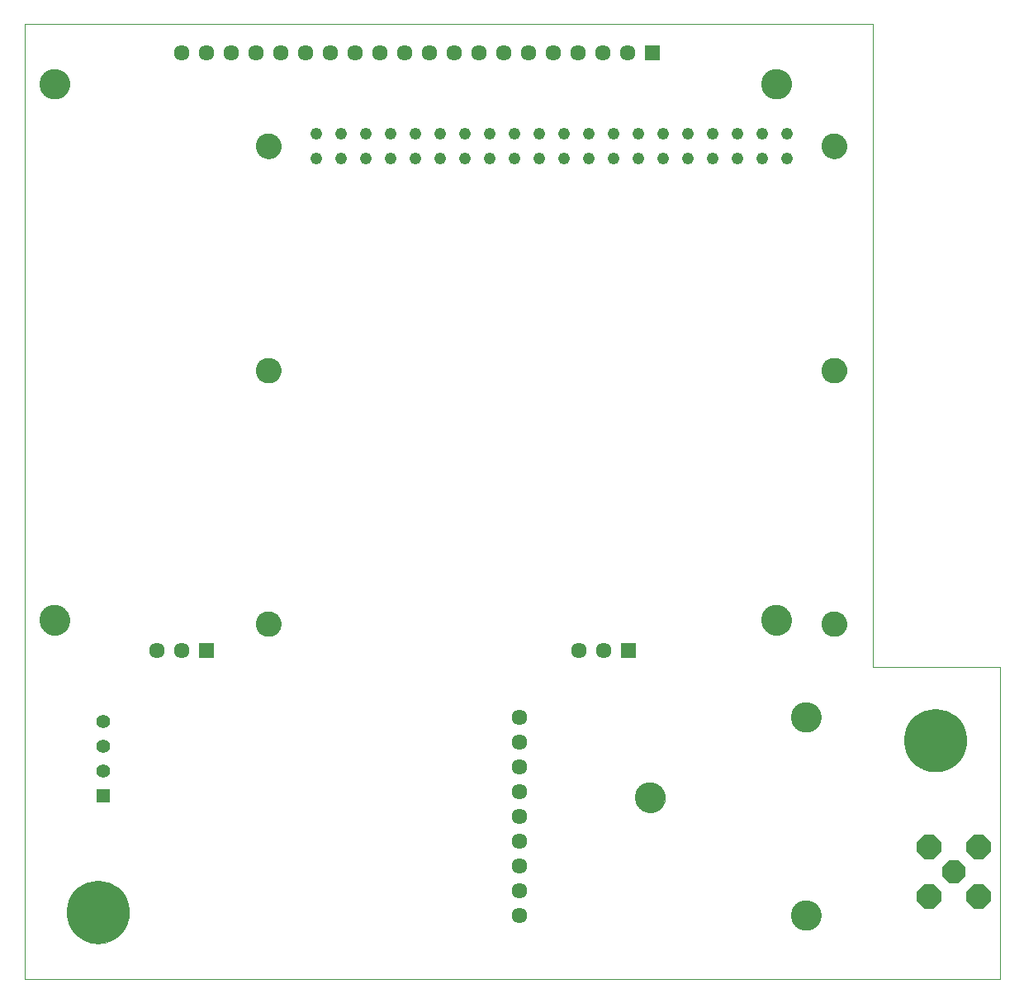
<source format=gbs>
G75*
%MOIN*%
%OFA0B0*%
%FSLAX25Y25*%
%IPPOS*%
%LPD*%
%AMOC8*
5,1,8,0,0,1.08239X$1,22.5*
%
%ADD10C,0.00000*%
%ADD11C,0.25400*%
%ADD12C,0.06337*%
%ADD13C,0.12211*%
%ADD14C,0.04762*%
%ADD15C,0.10243*%
%ADD16R,0.06337X0.06337*%
%ADD17OC8,0.09849*%
%ADD18OC8,0.09258*%
%ADD19R,0.05550X0.05550*%
%ADD20C,0.05550*%
D10*
X0017623Y0012379D02*
X0017623Y0398206D01*
X0360143Y0398206D01*
X0360143Y0138363D01*
X0411324Y0138363D01*
X0411324Y0012379D01*
X0017623Y0012379D01*
X0034808Y0039343D02*
X0034812Y0039650D01*
X0034823Y0039956D01*
X0034842Y0040263D01*
X0034868Y0040568D01*
X0034902Y0040873D01*
X0034943Y0041177D01*
X0034992Y0041480D01*
X0035048Y0041782D01*
X0035112Y0042082D01*
X0035183Y0042380D01*
X0035261Y0042677D01*
X0035346Y0042972D01*
X0035439Y0043264D01*
X0035539Y0043554D01*
X0035646Y0043842D01*
X0035760Y0044127D01*
X0035880Y0044409D01*
X0036008Y0044687D01*
X0036143Y0044963D01*
X0036284Y0045235D01*
X0036432Y0045504D01*
X0036586Y0045769D01*
X0036747Y0046030D01*
X0036915Y0046288D01*
X0037088Y0046541D01*
X0037268Y0046789D01*
X0037454Y0047033D01*
X0037645Y0047273D01*
X0037843Y0047508D01*
X0038046Y0047737D01*
X0038255Y0047962D01*
X0038469Y0048182D01*
X0038689Y0048396D01*
X0038914Y0048605D01*
X0039143Y0048808D01*
X0039378Y0049006D01*
X0039618Y0049197D01*
X0039862Y0049383D01*
X0040110Y0049563D01*
X0040363Y0049736D01*
X0040621Y0049904D01*
X0040882Y0050065D01*
X0041147Y0050219D01*
X0041416Y0050367D01*
X0041688Y0050508D01*
X0041964Y0050643D01*
X0042242Y0050771D01*
X0042524Y0050891D01*
X0042809Y0051005D01*
X0043097Y0051112D01*
X0043387Y0051212D01*
X0043679Y0051305D01*
X0043974Y0051390D01*
X0044271Y0051468D01*
X0044569Y0051539D01*
X0044869Y0051603D01*
X0045171Y0051659D01*
X0045474Y0051708D01*
X0045778Y0051749D01*
X0046083Y0051783D01*
X0046388Y0051809D01*
X0046695Y0051828D01*
X0047001Y0051839D01*
X0047308Y0051843D01*
X0047615Y0051839D01*
X0047921Y0051828D01*
X0048228Y0051809D01*
X0048533Y0051783D01*
X0048838Y0051749D01*
X0049142Y0051708D01*
X0049445Y0051659D01*
X0049747Y0051603D01*
X0050047Y0051539D01*
X0050345Y0051468D01*
X0050642Y0051390D01*
X0050937Y0051305D01*
X0051229Y0051212D01*
X0051519Y0051112D01*
X0051807Y0051005D01*
X0052092Y0050891D01*
X0052374Y0050771D01*
X0052652Y0050643D01*
X0052928Y0050508D01*
X0053200Y0050367D01*
X0053469Y0050219D01*
X0053734Y0050065D01*
X0053995Y0049904D01*
X0054253Y0049736D01*
X0054506Y0049563D01*
X0054754Y0049383D01*
X0054998Y0049197D01*
X0055238Y0049006D01*
X0055473Y0048808D01*
X0055702Y0048605D01*
X0055927Y0048396D01*
X0056147Y0048182D01*
X0056361Y0047962D01*
X0056570Y0047737D01*
X0056773Y0047508D01*
X0056971Y0047273D01*
X0057162Y0047033D01*
X0057348Y0046789D01*
X0057528Y0046541D01*
X0057701Y0046288D01*
X0057869Y0046030D01*
X0058030Y0045769D01*
X0058184Y0045504D01*
X0058332Y0045235D01*
X0058473Y0044963D01*
X0058608Y0044687D01*
X0058736Y0044409D01*
X0058856Y0044127D01*
X0058970Y0043842D01*
X0059077Y0043554D01*
X0059177Y0043264D01*
X0059270Y0042972D01*
X0059355Y0042677D01*
X0059433Y0042380D01*
X0059504Y0042082D01*
X0059568Y0041782D01*
X0059624Y0041480D01*
X0059673Y0041177D01*
X0059714Y0040873D01*
X0059748Y0040568D01*
X0059774Y0040263D01*
X0059793Y0039956D01*
X0059804Y0039650D01*
X0059808Y0039343D01*
X0059804Y0039036D01*
X0059793Y0038730D01*
X0059774Y0038423D01*
X0059748Y0038118D01*
X0059714Y0037813D01*
X0059673Y0037509D01*
X0059624Y0037206D01*
X0059568Y0036904D01*
X0059504Y0036604D01*
X0059433Y0036306D01*
X0059355Y0036009D01*
X0059270Y0035714D01*
X0059177Y0035422D01*
X0059077Y0035132D01*
X0058970Y0034844D01*
X0058856Y0034559D01*
X0058736Y0034277D01*
X0058608Y0033999D01*
X0058473Y0033723D01*
X0058332Y0033451D01*
X0058184Y0033182D01*
X0058030Y0032917D01*
X0057869Y0032656D01*
X0057701Y0032398D01*
X0057528Y0032145D01*
X0057348Y0031897D01*
X0057162Y0031653D01*
X0056971Y0031413D01*
X0056773Y0031178D01*
X0056570Y0030949D01*
X0056361Y0030724D01*
X0056147Y0030504D01*
X0055927Y0030290D01*
X0055702Y0030081D01*
X0055473Y0029878D01*
X0055238Y0029680D01*
X0054998Y0029489D01*
X0054754Y0029303D01*
X0054506Y0029123D01*
X0054253Y0028950D01*
X0053995Y0028782D01*
X0053734Y0028621D01*
X0053469Y0028467D01*
X0053200Y0028319D01*
X0052928Y0028178D01*
X0052652Y0028043D01*
X0052374Y0027915D01*
X0052092Y0027795D01*
X0051807Y0027681D01*
X0051519Y0027574D01*
X0051229Y0027474D01*
X0050937Y0027381D01*
X0050642Y0027296D01*
X0050345Y0027218D01*
X0050047Y0027147D01*
X0049747Y0027083D01*
X0049445Y0027027D01*
X0049142Y0026978D01*
X0048838Y0026937D01*
X0048533Y0026903D01*
X0048228Y0026877D01*
X0047921Y0026858D01*
X0047615Y0026847D01*
X0047308Y0026843D01*
X0047001Y0026847D01*
X0046695Y0026858D01*
X0046388Y0026877D01*
X0046083Y0026903D01*
X0045778Y0026937D01*
X0045474Y0026978D01*
X0045171Y0027027D01*
X0044869Y0027083D01*
X0044569Y0027147D01*
X0044271Y0027218D01*
X0043974Y0027296D01*
X0043679Y0027381D01*
X0043387Y0027474D01*
X0043097Y0027574D01*
X0042809Y0027681D01*
X0042524Y0027795D01*
X0042242Y0027915D01*
X0041964Y0028043D01*
X0041688Y0028178D01*
X0041416Y0028319D01*
X0041147Y0028467D01*
X0040882Y0028621D01*
X0040621Y0028782D01*
X0040363Y0028950D01*
X0040110Y0029123D01*
X0039862Y0029303D01*
X0039618Y0029489D01*
X0039378Y0029680D01*
X0039143Y0029878D01*
X0038914Y0030081D01*
X0038689Y0030290D01*
X0038469Y0030504D01*
X0038255Y0030724D01*
X0038046Y0030949D01*
X0037843Y0031178D01*
X0037645Y0031413D01*
X0037454Y0031653D01*
X0037268Y0031897D01*
X0037088Y0032145D01*
X0036915Y0032398D01*
X0036747Y0032656D01*
X0036586Y0032917D01*
X0036432Y0033182D01*
X0036284Y0033451D01*
X0036143Y0033723D01*
X0036008Y0033999D01*
X0035880Y0034277D01*
X0035760Y0034559D01*
X0035646Y0034844D01*
X0035539Y0035132D01*
X0035439Y0035422D01*
X0035346Y0035714D01*
X0035261Y0036009D01*
X0035183Y0036306D01*
X0035112Y0036604D01*
X0035048Y0036904D01*
X0034992Y0037206D01*
X0034943Y0037509D01*
X0034902Y0037813D01*
X0034868Y0038118D01*
X0034842Y0038423D01*
X0034823Y0038730D01*
X0034812Y0039036D01*
X0034808Y0039343D01*
X0111206Y0155843D02*
X0111208Y0155983D01*
X0111214Y0156123D01*
X0111224Y0156262D01*
X0111238Y0156401D01*
X0111256Y0156540D01*
X0111277Y0156678D01*
X0111303Y0156816D01*
X0111333Y0156953D01*
X0111366Y0157088D01*
X0111404Y0157223D01*
X0111445Y0157357D01*
X0111490Y0157490D01*
X0111538Y0157621D01*
X0111591Y0157750D01*
X0111647Y0157879D01*
X0111706Y0158005D01*
X0111770Y0158130D01*
X0111836Y0158253D01*
X0111907Y0158374D01*
X0111980Y0158493D01*
X0112057Y0158610D01*
X0112138Y0158724D01*
X0112221Y0158836D01*
X0112308Y0158946D01*
X0112398Y0159054D01*
X0112490Y0159158D01*
X0112586Y0159260D01*
X0112685Y0159360D01*
X0112786Y0159456D01*
X0112890Y0159550D01*
X0112997Y0159640D01*
X0113106Y0159727D01*
X0113218Y0159812D01*
X0113332Y0159893D01*
X0113448Y0159971D01*
X0113566Y0160045D01*
X0113687Y0160116D01*
X0113809Y0160184D01*
X0113934Y0160248D01*
X0114060Y0160309D01*
X0114187Y0160366D01*
X0114317Y0160419D01*
X0114448Y0160469D01*
X0114580Y0160514D01*
X0114713Y0160557D01*
X0114848Y0160595D01*
X0114983Y0160629D01*
X0115120Y0160660D01*
X0115257Y0160687D01*
X0115395Y0160709D01*
X0115534Y0160728D01*
X0115673Y0160743D01*
X0115812Y0160754D01*
X0115952Y0160761D01*
X0116092Y0160764D01*
X0116232Y0160763D01*
X0116372Y0160758D01*
X0116511Y0160749D01*
X0116651Y0160736D01*
X0116790Y0160719D01*
X0116928Y0160698D01*
X0117066Y0160674D01*
X0117203Y0160645D01*
X0117339Y0160613D01*
X0117474Y0160576D01*
X0117608Y0160536D01*
X0117741Y0160492D01*
X0117872Y0160444D01*
X0118002Y0160393D01*
X0118131Y0160338D01*
X0118258Y0160279D01*
X0118383Y0160216D01*
X0118506Y0160151D01*
X0118628Y0160081D01*
X0118747Y0160008D01*
X0118865Y0159932D01*
X0118980Y0159853D01*
X0119093Y0159770D01*
X0119203Y0159684D01*
X0119311Y0159595D01*
X0119416Y0159503D01*
X0119519Y0159408D01*
X0119619Y0159310D01*
X0119716Y0159210D01*
X0119810Y0159106D01*
X0119902Y0159000D01*
X0119990Y0158892D01*
X0120075Y0158781D01*
X0120157Y0158667D01*
X0120236Y0158551D01*
X0120311Y0158434D01*
X0120383Y0158314D01*
X0120451Y0158192D01*
X0120516Y0158068D01*
X0120578Y0157942D01*
X0120636Y0157815D01*
X0120690Y0157686D01*
X0120741Y0157555D01*
X0120787Y0157423D01*
X0120830Y0157290D01*
X0120870Y0157156D01*
X0120905Y0157021D01*
X0120937Y0156884D01*
X0120964Y0156747D01*
X0120988Y0156609D01*
X0121008Y0156471D01*
X0121024Y0156332D01*
X0121036Y0156192D01*
X0121044Y0156053D01*
X0121048Y0155913D01*
X0121048Y0155773D01*
X0121044Y0155633D01*
X0121036Y0155494D01*
X0121024Y0155354D01*
X0121008Y0155215D01*
X0120988Y0155077D01*
X0120964Y0154939D01*
X0120937Y0154802D01*
X0120905Y0154665D01*
X0120870Y0154530D01*
X0120830Y0154396D01*
X0120787Y0154263D01*
X0120741Y0154131D01*
X0120690Y0154000D01*
X0120636Y0153871D01*
X0120578Y0153744D01*
X0120516Y0153618D01*
X0120451Y0153494D01*
X0120383Y0153372D01*
X0120311Y0153252D01*
X0120236Y0153135D01*
X0120157Y0153019D01*
X0120075Y0152905D01*
X0119990Y0152794D01*
X0119902Y0152686D01*
X0119810Y0152580D01*
X0119716Y0152476D01*
X0119619Y0152376D01*
X0119519Y0152278D01*
X0119416Y0152183D01*
X0119311Y0152091D01*
X0119203Y0152002D01*
X0119093Y0151916D01*
X0118980Y0151833D01*
X0118865Y0151754D01*
X0118747Y0151678D01*
X0118628Y0151605D01*
X0118506Y0151535D01*
X0118383Y0151470D01*
X0118258Y0151407D01*
X0118131Y0151348D01*
X0118002Y0151293D01*
X0117872Y0151242D01*
X0117741Y0151194D01*
X0117608Y0151150D01*
X0117474Y0151110D01*
X0117339Y0151073D01*
X0117203Y0151041D01*
X0117066Y0151012D01*
X0116928Y0150988D01*
X0116790Y0150967D01*
X0116651Y0150950D01*
X0116511Y0150937D01*
X0116372Y0150928D01*
X0116232Y0150923D01*
X0116092Y0150922D01*
X0115952Y0150925D01*
X0115812Y0150932D01*
X0115673Y0150943D01*
X0115534Y0150958D01*
X0115395Y0150977D01*
X0115257Y0150999D01*
X0115120Y0151026D01*
X0114983Y0151057D01*
X0114848Y0151091D01*
X0114713Y0151129D01*
X0114580Y0151172D01*
X0114448Y0151217D01*
X0114317Y0151267D01*
X0114187Y0151320D01*
X0114060Y0151377D01*
X0113934Y0151438D01*
X0113809Y0151502D01*
X0113687Y0151570D01*
X0113566Y0151641D01*
X0113448Y0151715D01*
X0113332Y0151793D01*
X0113218Y0151874D01*
X0113106Y0151959D01*
X0112997Y0152046D01*
X0112890Y0152136D01*
X0112786Y0152230D01*
X0112685Y0152326D01*
X0112586Y0152426D01*
X0112490Y0152528D01*
X0112398Y0152632D01*
X0112308Y0152740D01*
X0112221Y0152850D01*
X0112138Y0152962D01*
X0112057Y0153076D01*
X0111980Y0153193D01*
X0111907Y0153312D01*
X0111836Y0153433D01*
X0111770Y0153556D01*
X0111706Y0153681D01*
X0111647Y0153807D01*
X0111591Y0153936D01*
X0111538Y0154065D01*
X0111490Y0154196D01*
X0111445Y0154329D01*
X0111404Y0154463D01*
X0111366Y0154598D01*
X0111333Y0154733D01*
X0111303Y0154870D01*
X0111277Y0155008D01*
X0111256Y0155146D01*
X0111238Y0155285D01*
X0111224Y0155424D01*
X0111214Y0155563D01*
X0111208Y0155703D01*
X0111206Y0155843D01*
X0023914Y0157316D02*
X0023916Y0157469D01*
X0023922Y0157623D01*
X0023932Y0157776D01*
X0023946Y0157928D01*
X0023964Y0158081D01*
X0023986Y0158232D01*
X0024011Y0158383D01*
X0024041Y0158534D01*
X0024075Y0158684D01*
X0024112Y0158832D01*
X0024153Y0158980D01*
X0024198Y0159126D01*
X0024247Y0159272D01*
X0024300Y0159416D01*
X0024356Y0159558D01*
X0024416Y0159699D01*
X0024480Y0159839D01*
X0024547Y0159977D01*
X0024618Y0160113D01*
X0024693Y0160247D01*
X0024770Y0160379D01*
X0024852Y0160509D01*
X0024936Y0160637D01*
X0025024Y0160763D01*
X0025115Y0160886D01*
X0025209Y0161007D01*
X0025307Y0161125D01*
X0025407Y0161241D01*
X0025511Y0161354D01*
X0025617Y0161465D01*
X0025726Y0161573D01*
X0025838Y0161678D01*
X0025952Y0161779D01*
X0026070Y0161878D01*
X0026189Y0161974D01*
X0026311Y0162067D01*
X0026436Y0162156D01*
X0026563Y0162243D01*
X0026692Y0162325D01*
X0026823Y0162405D01*
X0026956Y0162481D01*
X0027091Y0162554D01*
X0027228Y0162623D01*
X0027367Y0162688D01*
X0027507Y0162750D01*
X0027649Y0162808D01*
X0027792Y0162863D01*
X0027937Y0162914D01*
X0028083Y0162961D01*
X0028230Y0163004D01*
X0028378Y0163043D01*
X0028527Y0163079D01*
X0028677Y0163110D01*
X0028828Y0163138D01*
X0028979Y0163162D01*
X0029132Y0163182D01*
X0029284Y0163198D01*
X0029437Y0163210D01*
X0029590Y0163218D01*
X0029743Y0163222D01*
X0029897Y0163222D01*
X0030050Y0163218D01*
X0030203Y0163210D01*
X0030356Y0163198D01*
X0030508Y0163182D01*
X0030661Y0163162D01*
X0030812Y0163138D01*
X0030963Y0163110D01*
X0031113Y0163079D01*
X0031262Y0163043D01*
X0031410Y0163004D01*
X0031557Y0162961D01*
X0031703Y0162914D01*
X0031848Y0162863D01*
X0031991Y0162808D01*
X0032133Y0162750D01*
X0032273Y0162688D01*
X0032412Y0162623D01*
X0032549Y0162554D01*
X0032684Y0162481D01*
X0032817Y0162405D01*
X0032948Y0162325D01*
X0033077Y0162243D01*
X0033204Y0162156D01*
X0033329Y0162067D01*
X0033451Y0161974D01*
X0033570Y0161878D01*
X0033688Y0161779D01*
X0033802Y0161678D01*
X0033914Y0161573D01*
X0034023Y0161465D01*
X0034129Y0161354D01*
X0034233Y0161241D01*
X0034333Y0161125D01*
X0034431Y0161007D01*
X0034525Y0160886D01*
X0034616Y0160763D01*
X0034704Y0160637D01*
X0034788Y0160509D01*
X0034870Y0160379D01*
X0034947Y0160247D01*
X0035022Y0160113D01*
X0035093Y0159977D01*
X0035160Y0159839D01*
X0035224Y0159699D01*
X0035284Y0159558D01*
X0035340Y0159416D01*
X0035393Y0159272D01*
X0035442Y0159126D01*
X0035487Y0158980D01*
X0035528Y0158832D01*
X0035565Y0158684D01*
X0035599Y0158534D01*
X0035629Y0158383D01*
X0035654Y0158232D01*
X0035676Y0158081D01*
X0035694Y0157928D01*
X0035708Y0157776D01*
X0035718Y0157623D01*
X0035724Y0157469D01*
X0035726Y0157316D01*
X0035724Y0157163D01*
X0035718Y0157009D01*
X0035708Y0156856D01*
X0035694Y0156704D01*
X0035676Y0156551D01*
X0035654Y0156400D01*
X0035629Y0156249D01*
X0035599Y0156098D01*
X0035565Y0155948D01*
X0035528Y0155800D01*
X0035487Y0155652D01*
X0035442Y0155506D01*
X0035393Y0155360D01*
X0035340Y0155216D01*
X0035284Y0155074D01*
X0035224Y0154933D01*
X0035160Y0154793D01*
X0035093Y0154655D01*
X0035022Y0154519D01*
X0034947Y0154385D01*
X0034870Y0154253D01*
X0034788Y0154123D01*
X0034704Y0153995D01*
X0034616Y0153869D01*
X0034525Y0153746D01*
X0034431Y0153625D01*
X0034333Y0153507D01*
X0034233Y0153391D01*
X0034129Y0153278D01*
X0034023Y0153167D01*
X0033914Y0153059D01*
X0033802Y0152954D01*
X0033688Y0152853D01*
X0033570Y0152754D01*
X0033451Y0152658D01*
X0033329Y0152565D01*
X0033204Y0152476D01*
X0033077Y0152389D01*
X0032948Y0152307D01*
X0032817Y0152227D01*
X0032684Y0152151D01*
X0032549Y0152078D01*
X0032412Y0152009D01*
X0032273Y0151944D01*
X0032133Y0151882D01*
X0031991Y0151824D01*
X0031848Y0151769D01*
X0031703Y0151718D01*
X0031557Y0151671D01*
X0031410Y0151628D01*
X0031262Y0151589D01*
X0031113Y0151553D01*
X0030963Y0151522D01*
X0030812Y0151494D01*
X0030661Y0151470D01*
X0030508Y0151450D01*
X0030356Y0151434D01*
X0030203Y0151422D01*
X0030050Y0151414D01*
X0029897Y0151410D01*
X0029743Y0151410D01*
X0029590Y0151414D01*
X0029437Y0151422D01*
X0029284Y0151434D01*
X0029132Y0151450D01*
X0028979Y0151470D01*
X0028828Y0151494D01*
X0028677Y0151522D01*
X0028527Y0151553D01*
X0028378Y0151589D01*
X0028230Y0151628D01*
X0028083Y0151671D01*
X0027937Y0151718D01*
X0027792Y0151769D01*
X0027649Y0151824D01*
X0027507Y0151882D01*
X0027367Y0151944D01*
X0027228Y0152009D01*
X0027091Y0152078D01*
X0026956Y0152151D01*
X0026823Y0152227D01*
X0026692Y0152307D01*
X0026563Y0152389D01*
X0026436Y0152476D01*
X0026311Y0152565D01*
X0026189Y0152658D01*
X0026070Y0152754D01*
X0025952Y0152853D01*
X0025838Y0152954D01*
X0025726Y0153059D01*
X0025617Y0153167D01*
X0025511Y0153278D01*
X0025407Y0153391D01*
X0025307Y0153507D01*
X0025209Y0153625D01*
X0025115Y0153746D01*
X0025024Y0153869D01*
X0024936Y0153995D01*
X0024852Y0154123D01*
X0024770Y0154253D01*
X0024693Y0154385D01*
X0024618Y0154519D01*
X0024547Y0154655D01*
X0024480Y0154793D01*
X0024416Y0154933D01*
X0024356Y0155074D01*
X0024300Y0155216D01*
X0024247Y0155360D01*
X0024198Y0155506D01*
X0024153Y0155652D01*
X0024112Y0155800D01*
X0024075Y0155948D01*
X0024041Y0156098D01*
X0024011Y0156249D01*
X0023986Y0156400D01*
X0023964Y0156551D01*
X0023946Y0156704D01*
X0023932Y0156856D01*
X0023922Y0157009D01*
X0023916Y0157163D01*
X0023914Y0157316D01*
X0111206Y0258206D02*
X0111208Y0258346D01*
X0111214Y0258486D01*
X0111224Y0258625D01*
X0111238Y0258764D01*
X0111256Y0258903D01*
X0111277Y0259041D01*
X0111303Y0259179D01*
X0111333Y0259316D01*
X0111366Y0259451D01*
X0111404Y0259586D01*
X0111445Y0259720D01*
X0111490Y0259853D01*
X0111538Y0259984D01*
X0111591Y0260113D01*
X0111647Y0260242D01*
X0111706Y0260368D01*
X0111770Y0260493D01*
X0111836Y0260616D01*
X0111907Y0260737D01*
X0111980Y0260856D01*
X0112057Y0260973D01*
X0112138Y0261087D01*
X0112221Y0261199D01*
X0112308Y0261309D01*
X0112398Y0261417D01*
X0112490Y0261521D01*
X0112586Y0261623D01*
X0112685Y0261723D01*
X0112786Y0261819D01*
X0112890Y0261913D01*
X0112997Y0262003D01*
X0113106Y0262090D01*
X0113218Y0262175D01*
X0113332Y0262256D01*
X0113448Y0262334D01*
X0113566Y0262408D01*
X0113687Y0262479D01*
X0113809Y0262547D01*
X0113934Y0262611D01*
X0114060Y0262672D01*
X0114187Y0262729D01*
X0114317Y0262782D01*
X0114448Y0262832D01*
X0114580Y0262877D01*
X0114713Y0262920D01*
X0114848Y0262958D01*
X0114983Y0262992D01*
X0115120Y0263023D01*
X0115257Y0263050D01*
X0115395Y0263072D01*
X0115534Y0263091D01*
X0115673Y0263106D01*
X0115812Y0263117D01*
X0115952Y0263124D01*
X0116092Y0263127D01*
X0116232Y0263126D01*
X0116372Y0263121D01*
X0116511Y0263112D01*
X0116651Y0263099D01*
X0116790Y0263082D01*
X0116928Y0263061D01*
X0117066Y0263037D01*
X0117203Y0263008D01*
X0117339Y0262976D01*
X0117474Y0262939D01*
X0117608Y0262899D01*
X0117741Y0262855D01*
X0117872Y0262807D01*
X0118002Y0262756D01*
X0118131Y0262701D01*
X0118258Y0262642D01*
X0118383Y0262579D01*
X0118506Y0262514D01*
X0118628Y0262444D01*
X0118747Y0262371D01*
X0118865Y0262295D01*
X0118980Y0262216D01*
X0119093Y0262133D01*
X0119203Y0262047D01*
X0119311Y0261958D01*
X0119416Y0261866D01*
X0119519Y0261771D01*
X0119619Y0261673D01*
X0119716Y0261573D01*
X0119810Y0261469D01*
X0119902Y0261363D01*
X0119990Y0261255D01*
X0120075Y0261144D01*
X0120157Y0261030D01*
X0120236Y0260914D01*
X0120311Y0260797D01*
X0120383Y0260677D01*
X0120451Y0260555D01*
X0120516Y0260431D01*
X0120578Y0260305D01*
X0120636Y0260178D01*
X0120690Y0260049D01*
X0120741Y0259918D01*
X0120787Y0259786D01*
X0120830Y0259653D01*
X0120870Y0259519D01*
X0120905Y0259384D01*
X0120937Y0259247D01*
X0120964Y0259110D01*
X0120988Y0258972D01*
X0121008Y0258834D01*
X0121024Y0258695D01*
X0121036Y0258555D01*
X0121044Y0258416D01*
X0121048Y0258276D01*
X0121048Y0258136D01*
X0121044Y0257996D01*
X0121036Y0257857D01*
X0121024Y0257717D01*
X0121008Y0257578D01*
X0120988Y0257440D01*
X0120964Y0257302D01*
X0120937Y0257165D01*
X0120905Y0257028D01*
X0120870Y0256893D01*
X0120830Y0256759D01*
X0120787Y0256626D01*
X0120741Y0256494D01*
X0120690Y0256363D01*
X0120636Y0256234D01*
X0120578Y0256107D01*
X0120516Y0255981D01*
X0120451Y0255857D01*
X0120383Y0255735D01*
X0120311Y0255615D01*
X0120236Y0255498D01*
X0120157Y0255382D01*
X0120075Y0255268D01*
X0119990Y0255157D01*
X0119902Y0255049D01*
X0119810Y0254943D01*
X0119716Y0254839D01*
X0119619Y0254739D01*
X0119519Y0254641D01*
X0119416Y0254546D01*
X0119311Y0254454D01*
X0119203Y0254365D01*
X0119093Y0254279D01*
X0118980Y0254196D01*
X0118865Y0254117D01*
X0118747Y0254041D01*
X0118628Y0253968D01*
X0118506Y0253898D01*
X0118383Y0253833D01*
X0118258Y0253770D01*
X0118131Y0253711D01*
X0118002Y0253656D01*
X0117872Y0253605D01*
X0117741Y0253557D01*
X0117608Y0253513D01*
X0117474Y0253473D01*
X0117339Y0253436D01*
X0117203Y0253404D01*
X0117066Y0253375D01*
X0116928Y0253351D01*
X0116790Y0253330D01*
X0116651Y0253313D01*
X0116511Y0253300D01*
X0116372Y0253291D01*
X0116232Y0253286D01*
X0116092Y0253285D01*
X0115952Y0253288D01*
X0115812Y0253295D01*
X0115673Y0253306D01*
X0115534Y0253321D01*
X0115395Y0253340D01*
X0115257Y0253362D01*
X0115120Y0253389D01*
X0114983Y0253420D01*
X0114848Y0253454D01*
X0114713Y0253492D01*
X0114580Y0253535D01*
X0114448Y0253580D01*
X0114317Y0253630D01*
X0114187Y0253683D01*
X0114060Y0253740D01*
X0113934Y0253801D01*
X0113809Y0253865D01*
X0113687Y0253933D01*
X0113566Y0254004D01*
X0113448Y0254078D01*
X0113332Y0254156D01*
X0113218Y0254237D01*
X0113106Y0254322D01*
X0112997Y0254409D01*
X0112890Y0254499D01*
X0112786Y0254593D01*
X0112685Y0254689D01*
X0112586Y0254789D01*
X0112490Y0254891D01*
X0112398Y0254995D01*
X0112308Y0255103D01*
X0112221Y0255213D01*
X0112138Y0255325D01*
X0112057Y0255439D01*
X0111980Y0255556D01*
X0111907Y0255675D01*
X0111836Y0255796D01*
X0111770Y0255919D01*
X0111706Y0256044D01*
X0111647Y0256170D01*
X0111591Y0256299D01*
X0111538Y0256428D01*
X0111490Y0256559D01*
X0111445Y0256692D01*
X0111404Y0256826D01*
X0111366Y0256961D01*
X0111333Y0257096D01*
X0111303Y0257233D01*
X0111277Y0257371D01*
X0111256Y0257509D01*
X0111238Y0257648D01*
X0111224Y0257787D01*
X0111214Y0257926D01*
X0111208Y0258066D01*
X0111206Y0258206D01*
X0111206Y0348757D02*
X0111208Y0348897D01*
X0111214Y0349037D01*
X0111224Y0349176D01*
X0111238Y0349315D01*
X0111256Y0349454D01*
X0111277Y0349592D01*
X0111303Y0349730D01*
X0111333Y0349867D01*
X0111366Y0350002D01*
X0111404Y0350137D01*
X0111445Y0350271D01*
X0111490Y0350404D01*
X0111538Y0350535D01*
X0111591Y0350664D01*
X0111647Y0350793D01*
X0111706Y0350919D01*
X0111770Y0351044D01*
X0111836Y0351167D01*
X0111907Y0351288D01*
X0111980Y0351407D01*
X0112057Y0351524D01*
X0112138Y0351638D01*
X0112221Y0351750D01*
X0112308Y0351860D01*
X0112398Y0351968D01*
X0112490Y0352072D01*
X0112586Y0352174D01*
X0112685Y0352274D01*
X0112786Y0352370D01*
X0112890Y0352464D01*
X0112997Y0352554D01*
X0113106Y0352641D01*
X0113218Y0352726D01*
X0113332Y0352807D01*
X0113448Y0352885D01*
X0113566Y0352959D01*
X0113687Y0353030D01*
X0113809Y0353098D01*
X0113934Y0353162D01*
X0114060Y0353223D01*
X0114187Y0353280D01*
X0114317Y0353333D01*
X0114448Y0353383D01*
X0114580Y0353428D01*
X0114713Y0353471D01*
X0114848Y0353509D01*
X0114983Y0353543D01*
X0115120Y0353574D01*
X0115257Y0353601D01*
X0115395Y0353623D01*
X0115534Y0353642D01*
X0115673Y0353657D01*
X0115812Y0353668D01*
X0115952Y0353675D01*
X0116092Y0353678D01*
X0116232Y0353677D01*
X0116372Y0353672D01*
X0116511Y0353663D01*
X0116651Y0353650D01*
X0116790Y0353633D01*
X0116928Y0353612D01*
X0117066Y0353588D01*
X0117203Y0353559D01*
X0117339Y0353527D01*
X0117474Y0353490D01*
X0117608Y0353450D01*
X0117741Y0353406D01*
X0117872Y0353358D01*
X0118002Y0353307D01*
X0118131Y0353252D01*
X0118258Y0353193D01*
X0118383Y0353130D01*
X0118506Y0353065D01*
X0118628Y0352995D01*
X0118747Y0352922D01*
X0118865Y0352846D01*
X0118980Y0352767D01*
X0119093Y0352684D01*
X0119203Y0352598D01*
X0119311Y0352509D01*
X0119416Y0352417D01*
X0119519Y0352322D01*
X0119619Y0352224D01*
X0119716Y0352124D01*
X0119810Y0352020D01*
X0119902Y0351914D01*
X0119990Y0351806D01*
X0120075Y0351695D01*
X0120157Y0351581D01*
X0120236Y0351465D01*
X0120311Y0351348D01*
X0120383Y0351228D01*
X0120451Y0351106D01*
X0120516Y0350982D01*
X0120578Y0350856D01*
X0120636Y0350729D01*
X0120690Y0350600D01*
X0120741Y0350469D01*
X0120787Y0350337D01*
X0120830Y0350204D01*
X0120870Y0350070D01*
X0120905Y0349935D01*
X0120937Y0349798D01*
X0120964Y0349661D01*
X0120988Y0349523D01*
X0121008Y0349385D01*
X0121024Y0349246D01*
X0121036Y0349106D01*
X0121044Y0348967D01*
X0121048Y0348827D01*
X0121048Y0348687D01*
X0121044Y0348547D01*
X0121036Y0348408D01*
X0121024Y0348268D01*
X0121008Y0348129D01*
X0120988Y0347991D01*
X0120964Y0347853D01*
X0120937Y0347716D01*
X0120905Y0347579D01*
X0120870Y0347444D01*
X0120830Y0347310D01*
X0120787Y0347177D01*
X0120741Y0347045D01*
X0120690Y0346914D01*
X0120636Y0346785D01*
X0120578Y0346658D01*
X0120516Y0346532D01*
X0120451Y0346408D01*
X0120383Y0346286D01*
X0120311Y0346166D01*
X0120236Y0346049D01*
X0120157Y0345933D01*
X0120075Y0345819D01*
X0119990Y0345708D01*
X0119902Y0345600D01*
X0119810Y0345494D01*
X0119716Y0345390D01*
X0119619Y0345290D01*
X0119519Y0345192D01*
X0119416Y0345097D01*
X0119311Y0345005D01*
X0119203Y0344916D01*
X0119093Y0344830D01*
X0118980Y0344747D01*
X0118865Y0344668D01*
X0118747Y0344592D01*
X0118628Y0344519D01*
X0118506Y0344449D01*
X0118383Y0344384D01*
X0118258Y0344321D01*
X0118131Y0344262D01*
X0118002Y0344207D01*
X0117872Y0344156D01*
X0117741Y0344108D01*
X0117608Y0344064D01*
X0117474Y0344024D01*
X0117339Y0343987D01*
X0117203Y0343955D01*
X0117066Y0343926D01*
X0116928Y0343902D01*
X0116790Y0343881D01*
X0116651Y0343864D01*
X0116511Y0343851D01*
X0116372Y0343842D01*
X0116232Y0343837D01*
X0116092Y0343836D01*
X0115952Y0343839D01*
X0115812Y0343846D01*
X0115673Y0343857D01*
X0115534Y0343872D01*
X0115395Y0343891D01*
X0115257Y0343913D01*
X0115120Y0343940D01*
X0114983Y0343971D01*
X0114848Y0344005D01*
X0114713Y0344043D01*
X0114580Y0344086D01*
X0114448Y0344131D01*
X0114317Y0344181D01*
X0114187Y0344234D01*
X0114060Y0344291D01*
X0113934Y0344352D01*
X0113809Y0344416D01*
X0113687Y0344484D01*
X0113566Y0344555D01*
X0113448Y0344629D01*
X0113332Y0344707D01*
X0113218Y0344788D01*
X0113106Y0344873D01*
X0112997Y0344960D01*
X0112890Y0345050D01*
X0112786Y0345144D01*
X0112685Y0345240D01*
X0112586Y0345340D01*
X0112490Y0345442D01*
X0112398Y0345546D01*
X0112308Y0345654D01*
X0112221Y0345764D01*
X0112138Y0345876D01*
X0112057Y0345990D01*
X0111980Y0346107D01*
X0111907Y0346226D01*
X0111836Y0346347D01*
X0111770Y0346470D01*
X0111706Y0346595D01*
X0111647Y0346721D01*
X0111591Y0346850D01*
X0111538Y0346979D01*
X0111490Y0347110D01*
X0111445Y0347243D01*
X0111404Y0347377D01*
X0111366Y0347512D01*
X0111333Y0347647D01*
X0111303Y0347784D01*
X0111277Y0347922D01*
X0111256Y0348060D01*
X0111238Y0348199D01*
X0111224Y0348338D01*
X0111214Y0348477D01*
X0111208Y0348617D01*
X0111206Y0348757D01*
X0023914Y0373851D02*
X0023916Y0374004D01*
X0023922Y0374158D01*
X0023932Y0374311D01*
X0023946Y0374463D01*
X0023964Y0374616D01*
X0023986Y0374767D01*
X0024011Y0374918D01*
X0024041Y0375069D01*
X0024075Y0375219D01*
X0024112Y0375367D01*
X0024153Y0375515D01*
X0024198Y0375661D01*
X0024247Y0375807D01*
X0024300Y0375951D01*
X0024356Y0376093D01*
X0024416Y0376234D01*
X0024480Y0376374D01*
X0024547Y0376512D01*
X0024618Y0376648D01*
X0024693Y0376782D01*
X0024770Y0376914D01*
X0024852Y0377044D01*
X0024936Y0377172D01*
X0025024Y0377298D01*
X0025115Y0377421D01*
X0025209Y0377542D01*
X0025307Y0377660D01*
X0025407Y0377776D01*
X0025511Y0377889D01*
X0025617Y0378000D01*
X0025726Y0378108D01*
X0025838Y0378213D01*
X0025952Y0378314D01*
X0026070Y0378413D01*
X0026189Y0378509D01*
X0026311Y0378602D01*
X0026436Y0378691D01*
X0026563Y0378778D01*
X0026692Y0378860D01*
X0026823Y0378940D01*
X0026956Y0379016D01*
X0027091Y0379089D01*
X0027228Y0379158D01*
X0027367Y0379223D01*
X0027507Y0379285D01*
X0027649Y0379343D01*
X0027792Y0379398D01*
X0027937Y0379449D01*
X0028083Y0379496D01*
X0028230Y0379539D01*
X0028378Y0379578D01*
X0028527Y0379614D01*
X0028677Y0379645D01*
X0028828Y0379673D01*
X0028979Y0379697D01*
X0029132Y0379717D01*
X0029284Y0379733D01*
X0029437Y0379745D01*
X0029590Y0379753D01*
X0029743Y0379757D01*
X0029897Y0379757D01*
X0030050Y0379753D01*
X0030203Y0379745D01*
X0030356Y0379733D01*
X0030508Y0379717D01*
X0030661Y0379697D01*
X0030812Y0379673D01*
X0030963Y0379645D01*
X0031113Y0379614D01*
X0031262Y0379578D01*
X0031410Y0379539D01*
X0031557Y0379496D01*
X0031703Y0379449D01*
X0031848Y0379398D01*
X0031991Y0379343D01*
X0032133Y0379285D01*
X0032273Y0379223D01*
X0032412Y0379158D01*
X0032549Y0379089D01*
X0032684Y0379016D01*
X0032817Y0378940D01*
X0032948Y0378860D01*
X0033077Y0378778D01*
X0033204Y0378691D01*
X0033329Y0378602D01*
X0033451Y0378509D01*
X0033570Y0378413D01*
X0033688Y0378314D01*
X0033802Y0378213D01*
X0033914Y0378108D01*
X0034023Y0378000D01*
X0034129Y0377889D01*
X0034233Y0377776D01*
X0034333Y0377660D01*
X0034431Y0377542D01*
X0034525Y0377421D01*
X0034616Y0377298D01*
X0034704Y0377172D01*
X0034788Y0377044D01*
X0034870Y0376914D01*
X0034947Y0376782D01*
X0035022Y0376648D01*
X0035093Y0376512D01*
X0035160Y0376374D01*
X0035224Y0376234D01*
X0035284Y0376093D01*
X0035340Y0375951D01*
X0035393Y0375807D01*
X0035442Y0375661D01*
X0035487Y0375515D01*
X0035528Y0375367D01*
X0035565Y0375219D01*
X0035599Y0375069D01*
X0035629Y0374918D01*
X0035654Y0374767D01*
X0035676Y0374616D01*
X0035694Y0374463D01*
X0035708Y0374311D01*
X0035718Y0374158D01*
X0035724Y0374004D01*
X0035726Y0373851D01*
X0035724Y0373698D01*
X0035718Y0373544D01*
X0035708Y0373391D01*
X0035694Y0373239D01*
X0035676Y0373086D01*
X0035654Y0372935D01*
X0035629Y0372784D01*
X0035599Y0372633D01*
X0035565Y0372483D01*
X0035528Y0372335D01*
X0035487Y0372187D01*
X0035442Y0372041D01*
X0035393Y0371895D01*
X0035340Y0371751D01*
X0035284Y0371609D01*
X0035224Y0371468D01*
X0035160Y0371328D01*
X0035093Y0371190D01*
X0035022Y0371054D01*
X0034947Y0370920D01*
X0034870Y0370788D01*
X0034788Y0370658D01*
X0034704Y0370530D01*
X0034616Y0370404D01*
X0034525Y0370281D01*
X0034431Y0370160D01*
X0034333Y0370042D01*
X0034233Y0369926D01*
X0034129Y0369813D01*
X0034023Y0369702D01*
X0033914Y0369594D01*
X0033802Y0369489D01*
X0033688Y0369388D01*
X0033570Y0369289D01*
X0033451Y0369193D01*
X0033329Y0369100D01*
X0033204Y0369011D01*
X0033077Y0368924D01*
X0032948Y0368842D01*
X0032817Y0368762D01*
X0032684Y0368686D01*
X0032549Y0368613D01*
X0032412Y0368544D01*
X0032273Y0368479D01*
X0032133Y0368417D01*
X0031991Y0368359D01*
X0031848Y0368304D01*
X0031703Y0368253D01*
X0031557Y0368206D01*
X0031410Y0368163D01*
X0031262Y0368124D01*
X0031113Y0368088D01*
X0030963Y0368057D01*
X0030812Y0368029D01*
X0030661Y0368005D01*
X0030508Y0367985D01*
X0030356Y0367969D01*
X0030203Y0367957D01*
X0030050Y0367949D01*
X0029897Y0367945D01*
X0029743Y0367945D01*
X0029590Y0367949D01*
X0029437Y0367957D01*
X0029284Y0367969D01*
X0029132Y0367985D01*
X0028979Y0368005D01*
X0028828Y0368029D01*
X0028677Y0368057D01*
X0028527Y0368088D01*
X0028378Y0368124D01*
X0028230Y0368163D01*
X0028083Y0368206D01*
X0027937Y0368253D01*
X0027792Y0368304D01*
X0027649Y0368359D01*
X0027507Y0368417D01*
X0027367Y0368479D01*
X0027228Y0368544D01*
X0027091Y0368613D01*
X0026956Y0368686D01*
X0026823Y0368762D01*
X0026692Y0368842D01*
X0026563Y0368924D01*
X0026436Y0369011D01*
X0026311Y0369100D01*
X0026189Y0369193D01*
X0026070Y0369289D01*
X0025952Y0369388D01*
X0025838Y0369489D01*
X0025726Y0369594D01*
X0025617Y0369702D01*
X0025511Y0369813D01*
X0025407Y0369926D01*
X0025307Y0370042D01*
X0025209Y0370160D01*
X0025115Y0370281D01*
X0025024Y0370404D01*
X0024936Y0370530D01*
X0024852Y0370658D01*
X0024770Y0370788D01*
X0024693Y0370920D01*
X0024618Y0371054D01*
X0024547Y0371190D01*
X0024480Y0371328D01*
X0024416Y0371468D01*
X0024356Y0371609D01*
X0024300Y0371751D01*
X0024247Y0371895D01*
X0024198Y0372041D01*
X0024153Y0372187D01*
X0024112Y0372335D01*
X0024075Y0372483D01*
X0024041Y0372633D01*
X0024011Y0372784D01*
X0023986Y0372935D01*
X0023964Y0373086D01*
X0023946Y0373239D01*
X0023932Y0373391D01*
X0023922Y0373544D01*
X0023916Y0373698D01*
X0023914Y0373851D01*
X0264363Y0085646D02*
X0264365Y0085799D01*
X0264371Y0085953D01*
X0264381Y0086106D01*
X0264395Y0086258D01*
X0264413Y0086411D01*
X0264435Y0086562D01*
X0264460Y0086713D01*
X0264490Y0086864D01*
X0264524Y0087014D01*
X0264561Y0087162D01*
X0264602Y0087310D01*
X0264647Y0087456D01*
X0264696Y0087602D01*
X0264749Y0087746D01*
X0264805Y0087888D01*
X0264865Y0088029D01*
X0264929Y0088169D01*
X0264996Y0088307D01*
X0265067Y0088443D01*
X0265142Y0088577D01*
X0265219Y0088709D01*
X0265301Y0088839D01*
X0265385Y0088967D01*
X0265473Y0089093D01*
X0265564Y0089216D01*
X0265658Y0089337D01*
X0265756Y0089455D01*
X0265856Y0089571D01*
X0265960Y0089684D01*
X0266066Y0089795D01*
X0266175Y0089903D01*
X0266287Y0090008D01*
X0266401Y0090109D01*
X0266519Y0090208D01*
X0266638Y0090304D01*
X0266760Y0090397D01*
X0266885Y0090486D01*
X0267012Y0090573D01*
X0267141Y0090655D01*
X0267272Y0090735D01*
X0267405Y0090811D01*
X0267540Y0090884D01*
X0267677Y0090953D01*
X0267816Y0091018D01*
X0267956Y0091080D01*
X0268098Y0091138D01*
X0268241Y0091193D01*
X0268386Y0091244D01*
X0268532Y0091291D01*
X0268679Y0091334D01*
X0268827Y0091373D01*
X0268976Y0091409D01*
X0269126Y0091440D01*
X0269277Y0091468D01*
X0269428Y0091492D01*
X0269581Y0091512D01*
X0269733Y0091528D01*
X0269886Y0091540D01*
X0270039Y0091548D01*
X0270192Y0091552D01*
X0270346Y0091552D01*
X0270499Y0091548D01*
X0270652Y0091540D01*
X0270805Y0091528D01*
X0270957Y0091512D01*
X0271110Y0091492D01*
X0271261Y0091468D01*
X0271412Y0091440D01*
X0271562Y0091409D01*
X0271711Y0091373D01*
X0271859Y0091334D01*
X0272006Y0091291D01*
X0272152Y0091244D01*
X0272297Y0091193D01*
X0272440Y0091138D01*
X0272582Y0091080D01*
X0272722Y0091018D01*
X0272861Y0090953D01*
X0272998Y0090884D01*
X0273133Y0090811D01*
X0273266Y0090735D01*
X0273397Y0090655D01*
X0273526Y0090573D01*
X0273653Y0090486D01*
X0273778Y0090397D01*
X0273900Y0090304D01*
X0274019Y0090208D01*
X0274137Y0090109D01*
X0274251Y0090008D01*
X0274363Y0089903D01*
X0274472Y0089795D01*
X0274578Y0089684D01*
X0274682Y0089571D01*
X0274782Y0089455D01*
X0274880Y0089337D01*
X0274974Y0089216D01*
X0275065Y0089093D01*
X0275153Y0088967D01*
X0275237Y0088839D01*
X0275319Y0088709D01*
X0275396Y0088577D01*
X0275471Y0088443D01*
X0275542Y0088307D01*
X0275609Y0088169D01*
X0275673Y0088029D01*
X0275733Y0087888D01*
X0275789Y0087746D01*
X0275842Y0087602D01*
X0275891Y0087456D01*
X0275936Y0087310D01*
X0275977Y0087162D01*
X0276014Y0087014D01*
X0276048Y0086864D01*
X0276078Y0086713D01*
X0276103Y0086562D01*
X0276125Y0086411D01*
X0276143Y0086258D01*
X0276157Y0086106D01*
X0276167Y0085953D01*
X0276173Y0085799D01*
X0276175Y0085646D01*
X0276173Y0085493D01*
X0276167Y0085339D01*
X0276157Y0085186D01*
X0276143Y0085034D01*
X0276125Y0084881D01*
X0276103Y0084730D01*
X0276078Y0084579D01*
X0276048Y0084428D01*
X0276014Y0084278D01*
X0275977Y0084130D01*
X0275936Y0083982D01*
X0275891Y0083836D01*
X0275842Y0083690D01*
X0275789Y0083546D01*
X0275733Y0083404D01*
X0275673Y0083263D01*
X0275609Y0083123D01*
X0275542Y0082985D01*
X0275471Y0082849D01*
X0275396Y0082715D01*
X0275319Y0082583D01*
X0275237Y0082453D01*
X0275153Y0082325D01*
X0275065Y0082199D01*
X0274974Y0082076D01*
X0274880Y0081955D01*
X0274782Y0081837D01*
X0274682Y0081721D01*
X0274578Y0081608D01*
X0274472Y0081497D01*
X0274363Y0081389D01*
X0274251Y0081284D01*
X0274137Y0081183D01*
X0274019Y0081084D01*
X0273900Y0080988D01*
X0273778Y0080895D01*
X0273653Y0080806D01*
X0273526Y0080719D01*
X0273397Y0080637D01*
X0273266Y0080557D01*
X0273133Y0080481D01*
X0272998Y0080408D01*
X0272861Y0080339D01*
X0272722Y0080274D01*
X0272582Y0080212D01*
X0272440Y0080154D01*
X0272297Y0080099D01*
X0272152Y0080048D01*
X0272006Y0080001D01*
X0271859Y0079958D01*
X0271711Y0079919D01*
X0271562Y0079883D01*
X0271412Y0079852D01*
X0271261Y0079824D01*
X0271110Y0079800D01*
X0270957Y0079780D01*
X0270805Y0079764D01*
X0270652Y0079752D01*
X0270499Y0079744D01*
X0270346Y0079740D01*
X0270192Y0079740D01*
X0270039Y0079744D01*
X0269886Y0079752D01*
X0269733Y0079764D01*
X0269581Y0079780D01*
X0269428Y0079800D01*
X0269277Y0079824D01*
X0269126Y0079852D01*
X0268976Y0079883D01*
X0268827Y0079919D01*
X0268679Y0079958D01*
X0268532Y0080001D01*
X0268386Y0080048D01*
X0268241Y0080099D01*
X0268098Y0080154D01*
X0267956Y0080212D01*
X0267816Y0080274D01*
X0267677Y0080339D01*
X0267540Y0080408D01*
X0267405Y0080481D01*
X0267272Y0080557D01*
X0267141Y0080637D01*
X0267012Y0080719D01*
X0266885Y0080806D01*
X0266760Y0080895D01*
X0266638Y0080988D01*
X0266519Y0081084D01*
X0266401Y0081183D01*
X0266287Y0081284D01*
X0266175Y0081389D01*
X0266066Y0081497D01*
X0265960Y0081608D01*
X0265856Y0081721D01*
X0265756Y0081837D01*
X0265658Y0081955D01*
X0265564Y0082076D01*
X0265473Y0082199D01*
X0265385Y0082325D01*
X0265301Y0082453D01*
X0265219Y0082583D01*
X0265142Y0082715D01*
X0265067Y0082849D01*
X0264996Y0082985D01*
X0264929Y0083123D01*
X0264865Y0083263D01*
X0264805Y0083404D01*
X0264749Y0083546D01*
X0264696Y0083690D01*
X0264647Y0083836D01*
X0264602Y0083982D01*
X0264561Y0084130D01*
X0264524Y0084278D01*
X0264490Y0084428D01*
X0264460Y0084579D01*
X0264435Y0084730D01*
X0264413Y0084881D01*
X0264395Y0085034D01*
X0264381Y0085186D01*
X0264371Y0085339D01*
X0264365Y0085493D01*
X0264363Y0085646D01*
X0327205Y0118166D02*
X0327207Y0118319D01*
X0327213Y0118473D01*
X0327223Y0118626D01*
X0327237Y0118778D01*
X0327255Y0118931D01*
X0327277Y0119082D01*
X0327302Y0119233D01*
X0327332Y0119384D01*
X0327366Y0119534D01*
X0327403Y0119682D01*
X0327444Y0119830D01*
X0327489Y0119976D01*
X0327538Y0120122D01*
X0327591Y0120266D01*
X0327647Y0120408D01*
X0327707Y0120549D01*
X0327771Y0120689D01*
X0327838Y0120827D01*
X0327909Y0120963D01*
X0327984Y0121097D01*
X0328061Y0121229D01*
X0328143Y0121359D01*
X0328227Y0121487D01*
X0328315Y0121613D01*
X0328406Y0121736D01*
X0328500Y0121857D01*
X0328598Y0121975D01*
X0328698Y0122091D01*
X0328802Y0122204D01*
X0328908Y0122315D01*
X0329017Y0122423D01*
X0329129Y0122528D01*
X0329243Y0122629D01*
X0329361Y0122728D01*
X0329480Y0122824D01*
X0329602Y0122917D01*
X0329727Y0123006D01*
X0329854Y0123093D01*
X0329983Y0123175D01*
X0330114Y0123255D01*
X0330247Y0123331D01*
X0330382Y0123404D01*
X0330519Y0123473D01*
X0330658Y0123538D01*
X0330798Y0123600D01*
X0330940Y0123658D01*
X0331083Y0123713D01*
X0331228Y0123764D01*
X0331374Y0123811D01*
X0331521Y0123854D01*
X0331669Y0123893D01*
X0331818Y0123929D01*
X0331968Y0123960D01*
X0332119Y0123988D01*
X0332270Y0124012D01*
X0332423Y0124032D01*
X0332575Y0124048D01*
X0332728Y0124060D01*
X0332881Y0124068D01*
X0333034Y0124072D01*
X0333188Y0124072D01*
X0333341Y0124068D01*
X0333494Y0124060D01*
X0333647Y0124048D01*
X0333799Y0124032D01*
X0333952Y0124012D01*
X0334103Y0123988D01*
X0334254Y0123960D01*
X0334404Y0123929D01*
X0334553Y0123893D01*
X0334701Y0123854D01*
X0334848Y0123811D01*
X0334994Y0123764D01*
X0335139Y0123713D01*
X0335282Y0123658D01*
X0335424Y0123600D01*
X0335564Y0123538D01*
X0335703Y0123473D01*
X0335840Y0123404D01*
X0335975Y0123331D01*
X0336108Y0123255D01*
X0336239Y0123175D01*
X0336368Y0123093D01*
X0336495Y0123006D01*
X0336620Y0122917D01*
X0336742Y0122824D01*
X0336861Y0122728D01*
X0336979Y0122629D01*
X0337093Y0122528D01*
X0337205Y0122423D01*
X0337314Y0122315D01*
X0337420Y0122204D01*
X0337524Y0122091D01*
X0337624Y0121975D01*
X0337722Y0121857D01*
X0337816Y0121736D01*
X0337907Y0121613D01*
X0337995Y0121487D01*
X0338079Y0121359D01*
X0338161Y0121229D01*
X0338238Y0121097D01*
X0338313Y0120963D01*
X0338384Y0120827D01*
X0338451Y0120689D01*
X0338515Y0120549D01*
X0338575Y0120408D01*
X0338631Y0120266D01*
X0338684Y0120122D01*
X0338733Y0119976D01*
X0338778Y0119830D01*
X0338819Y0119682D01*
X0338856Y0119534D01*
X0338890Y0119384D01*
X0338920Y0119233D01*
X0338945Y0119082D01*
X0338967Y0118931D01*
X0338985Y0118778D01*
X0338999Y0118626D01*
X0339009Y0118473D01*
X0339015Y0118319D01*
X0339017Y0118166D01*
X0339015Y0118013D01*
X0339009Y0117859D01*
X0338999Y0117706D01*
X0338985Y0117554D01*
X0338967Y0117401D01*
X0338945Y0117250D01*
X0338920Y0117099D01*
X0338890Y0116948D01*
X0338856Y0116798D01*
X0338819Y0116650D01*
X0338778Y0116502D01*
X0338733Y0116356D01*
X0338684Y0116210D01*
X0338631Y0116066D01*
X0338575Y0115924D01*
X0338515Y0115783D01*
X0338451Y0115643D01*
X0338384Y0115505D01*
X0338313Y0115369D01*
X0338238Y0115235D01*
X0338161Y0115103D01*
X0338079Y0114973D01*
X0337995Y0114845D01*
X0337907Y0114719D01*
X0337816Y0114596D01*
X0337722Y0114475D01*
X0337624Y0114357D01*
X0337524Y0114241D01*
X0337420Y0114128D01*
X0337314Y0114017D01*
X0337205Y0113909D01*
X0337093Y0113804D01*
X0336979Y0113703D01*
X0336861Y0113604D01*
X0336742Y0113508D01*
X0336620Y0113415D01*
X0336495Y0113326D01*
X0336368Y0113239D01*
X0336239Y0113157D01*
X0336108Y0113077D01*
X0335975Y0113001D01*
X0335840Y0112928D01*
X0335703Y0112859D01*
X0335564Y0112794D01*
X0335424Y0112732D01*
X0335282Y0112674D01*
X0335139Y0112619D01*
X0334994Y0112568D01*
X0334848Y0112521D01*
X0334701Y0112478D01*
X0334553Y0112439D01*
X0334404Y0112403D01*
X0334254Y0112372D01*
X0334103Y0112344D01*
X0333952Y0112320D01*
X0333799Y0112300D01*
X0333647Y0112284D01*
X0333494Y0112272D01*
X0333341Y0112264D01*
X0333188Y0112260D01*
X0333034Y0112260D01*
X0332881Y0112264D01*
X0332728Y0112272D01*
X0332575Y0112284D01*
X0332423Y0112300D01*
X0332270Y0112320D01*
X0332119Y0112344D01*
X0331968Y0112372D01*
X0331818Y0112403D01*
X0331669Y0112439D01*
X0331521Y0112478D01*
X0331374Y0112521D01*
X0331228Y0112568D01*
X0331083Y0112619D01*
X0330940Y0112674D01*
X0330798Y0112732D01*
X0330658Y0112794D01*
X0330519Y0112859D01*
X0330382Y0112928D01*
X0330247Y0113001D01*
X0330114Y0113077D01*
X0329983Y0113157D01*
X0329854Y0113239D01*
X0329727Y0113326D01*
X0329602Y0113415D01*
X0329480Y0113508D01*
X0329361Y0113604D01*
X0329243Y0113703D01*
X0329129Y0113804D01*
X0329017Y0113909D01*
X0328908Y0114017D01*
X0328802Y0114128D01*
X0328698Y0114241D01*
X0328598Y0114357D01*
X0328500Y0114475D01*
X0328406Y0114596D01*
X0328315Y0114719D01*
X0328227Y0114845D01*
X0328143Y0114973D01*
X0328061Y0115103D01*
X0327984Y0115235D01*
X0327909Y0115369D01*
X0327838Y0115505D01*
X0327771Y0115643D01*
X0327707Y0115783D01*
X0327647Y0115924D01*
X0327591Y0116066D01*
X0327538Y0116210D01*
X0327489Y0116356D01*
X0327444Y0116502D01*
X0327403Y0116650D01*
X0327366Y0116798D01*
X0327332Y0116948D01*
X0327302Y0117099D01*
X0327277Y0117250D01*
X0327255Y0117401D01*
X0327237Y0117554D01*
X0327223Y0117706D01*
X0327213Y0117859D01*
X0327207Y0118013D01*
X0327205Y0118166D01*
X0339552Y0155843D02*
X0339554Y0155983D01*
X0339560Y0156123D01*
X0339570Y0156262D01*
X0339584Y0156401D01*
X0339602Y0156540D01*
X0339623Y0156678D01*
X0339649Y0156816D01*
X0339679Y0156953D01*
X0339712Y0157088D01*
X0339750Y0157223D01*
X0339791Y0157357D01*
X0339836Y0157490D01*
X0339884Y0157621D01*
X0339937Y0157750D01*
X0339993Y0157879D01*
X0340052Y0158005D01*
X0340116Y0158130D01*
X0340182Y0158253D01*
X0340253Y0158374D01*
X0340326Y0158493D01*
X0340403Y0158610D01*
X0340484Y0158724D01*
X0340567Y0158836D01*
X0340654Y0158946D01*
X0340744Y0159054D01*
X0340836Y0159158D01*
X0340932Y0159260D01*
X0341031Y0159360D01*
X0341132Y0159456D01*
X0341236Y0159550D01*
X0341343Y0159640D01*
X0341452Y0159727D01*
X0341564Y0159812D01*
X0341678Y0159893D01*
X0341794Y0159971D01*
X0341912Y0160045D01*
X0342033Y0160116D01*
X0342155Y0160184D01*
X0342280Y0160248D01*
X0342406Y0160309D01*
X0342533Y0160366D01*
X0342663Y0160419D01*
X0342794Y0160469D01*
X0342926Y0160514D01*
X0343059Y0160557D01*
X0343194Y0160595D01*
X0343329Y0160629D01*
X0343466Y0160660D01*
X0343603Y0160687D01*
X0343741Y0160709D01*
X0343880Y0160728D01*
X0344019Y0160743D01*
X0344158Y0160754D01*
X0344298Y0160761D01*
X0344438Y0160764D01*
X0344578Y0160763D01*
X0344718Y0160758D01*
X0344857Y0160749D01*
X0344997Y0160736D01*
X0345136Y0160719D01*
X0345274Y0160698D01*
X0345412Y0160674D01*
X0345549Y0160645D01*
X0345685Y0160613D01*
X0345820Y0160576D01*
X0345954Y0160536D01*
X0346087Y0160492D01*
X0346218Y0160444D01*
X0346348Y0160393D01*
X0346477Y0160338D01*
X0346604Y0160279D01*
X0346729Y0160216D01*
X0346852Y0160151D01*
X0346974Y0160081D01*
X0347093Y0160008D01*
X0347211Y0159932D01*
X0347326Y0159853D01*
X0347439Y0159770D01*
X0347549Y0159684D01*
X0347657Y0159595D01*
X0347762Y0159503D01*
X0347865Y0159408D01*
X0347965Y0159310D01*
X0348062Y0159210D01*
X0348156Y0159106D01*
X0348248Y0159000D01*
X0348336Y0158892D01*
X0348421Y0158781D01*
X0348503Y0158667D01*
X0348582Y0158551D01*
X0348657Y0158434D01*
X0348729Y0158314D01*
X0348797Y0158192D01*
X0348862Y0158068D01*
X0348924Y0157942D01*
X0348982Y0157815D01*
X0349036Y0157686D01*
X0349087Y0157555D01*
X0349133Y0157423D01*
X0349176Y0157290D01*
X0349216Y0157156D01*
X0349251Y0157021D01*
X0349283Y0156884D01*
X0349310Y0156747D01*
X0349334Y0156609D01*
X0349354Y0156471D01*
X0349370Y0156332D01*
X0349382Y0156192D01*
X0349390Y0156053D01*
X0349394Y0155913D01*
X0349394Y0155773D01*
X0349390Y0155633D01*
X0349382Y0155494D01*
X0349370Y0155354D01*
X0349354Y0155215D01*
X0349334Y0155077D01*
X0349310Y0154939D01*
X0349283Y0154802D01*
X0349251Y0154665D01*
X0349216Y0154530D01*
X0349176Y0154396D01*
X0349133Y0154263D01*
X0349087Y0154131D01*
X0349036Y0154000D01*
X0348982Y0153871D01*
X0348924Y0153744D01*
X0348862Y0153618D01*
X0348797Y0153494D01*
X0348729Y0153372D01*
X0348657Y0153252D01*
X0348582Y0153135D01*
X0348503Y0153019D01*
X0348421Y0152905D01*
X0348336Y0152794D01*
X0348248Y0152686D01*
X0348156Y0152580D01*
X0348062Y0152476D01*
X0347965Y0152376D01*
X0347865Y0152278D01*
X0347762Y0152183D01*
X0347657Y0152091D01*
X0347549Y0152002D01*
X0347439Y0151916D01*
X0347326Y0151833D01*
X0347211Y0151754D01*
X0347093Y0151678D01*
X0346974Y0151605D01*
X0346852Y0151535D01*
X0346729Y0151470D01*
X0346604Y0151407D01*
X0346477Y0151348D01*
X0346348Y0151293D01*
X0346218Y0151242D01*
X0346087Y0151194D01*
X0345954Y0151150D01*
X0345820Y0151110D01*
X0345685Y0151073D01*
X0345549Y0151041D01*
X0345412Y0151012D01*
X0345274Y0150988D01*
X0345136Y0150967D01*
X0344997Y0150950D01*
X0344857Y0150937D01*
X0344718Y0150928D01*
X0344578Y0150923D01*
X0344438Y0150922D01*
X0344298Y0150925D01*
X0344158Y0150932D01*
X0344019Y0150943D01*
X0343880Y0150958D01*
X0343741Y0150977D01*
X0343603Y0150999D01*
X0343466Y0151026D01*
X0343329Y0151057D01*
X0343194Y0151091D01*
X0343059Y0151129D01*
X0342926Y0151172D01*
X0342794Y0151217D01*
X0342663Y0151267D01*
X0342533Y0151320D01*
X0342406Y0151377D01*
X0342280Y0151438D01*
X0342155Y0151502D01*
X0342033Y0151570D01*
X0341912Y0151641D01*
X0341794Y0151715D01*
X0341678Y0151793D01*
X0341564Y0151874D01*
X0341452Y0151959D01*
X0341343Y0152046D01*
X0341236Y0152136D01*
X0341132Y0152230D01*
X0341031Y0152326D01*
X0340932Y0152426D01*
X0340836Y0152528D01*
X0340744Y0152632D01*
X0340654Y0152740D01*
X0340567Y0152850D01*
X0340484Y0152962D01*
X0340403Y0153076D01*
X0340326Y0153193D01*
X0340253Y0153312D01*
X0340182Y0153433D01*
X0340116Y0153556D01*
X0340052Y0153681D01*
X0339993Y0153807D01*
X0339937Y0153936D01*
X0339884Y0154065D01*
X0339836Y0154196D01*
X0339791Y0154329D01*
X0339750Y0154463D01*
X0339712Y0154598D01*
X0339679Y0154733D01*
X0339649Y0154870D01*
X0339623Y0155008D01*
X0339602Y0155146D01*
X0339584Y0155285D01*
X0339570Y0155424D01*
X0339560Y0155563D01*
X0339554Y0155703D01*
X0339552Y0155843D01*
X0315252Y0157316D02*
X0315254Y0157469D01*
X0315260Y0157623D01*
X0315270Y0157776D01*
X0315284Y0157928D01*
X0315302Y0158081D01*
X0315324Y0158232D01*
X0315349Y0158383D01*
X0315379Y0158534D01*
X0315413Y0158684D01*
X0315450Y0158832D01*
X0315491Y0158980D01*
X0315536Y0159126D01*
X0315585Y0159272D01*
X0315638Y0159416D01*
X0315694Y0159558D01*
X0315754Y0159699D01*
X0315818Y0159839D01*
X0315885Y0159977D01*
X0315956Y0160113D01*
X0316031Y0160247D01*
X0316108Y0160379D01*
X0316190Y0160509D01*
X0316274Y0160637D01*
X0316362Y0160763D01*
X0316453Y0160886D01*
X0316547Y0161007D01*
X0316645Y0161125D01*
X0316745Y0161241D01*
X0316849Y0161354D01*
X0316955Y0161465D01*
X0317064Y0161573D01*
X0317176Y0161678D01*
X0317290Y0161779D01*
X0317408Y0161878D01*
X0317527Y0161974D01*
X0317649Y0162067D01*
X0317774Y0162156D01*
X0317901Y0162243D01*
X0318030Y0162325D01*
X0318161Y0162405D01*
X0318294Y0162481D01*
X0318429Y0162554D01*
X0318566Y0162623D01*
X0318705Y0162688D01*
X0318845Y0162750D01*
X0318987Y0162808D01*
X0319130Y0162863D01*
X0319275Y0162914D01*
X0319421Y0162961D01*
X0319568Y0163004D01*
X0319716Y0163043D01*
X0319865Y0163079D01*
X0320015Y0163110D01*
X0320166Y0163138D01*
X0320317Y0163162D01*
X0320470Y0163182D01*
X0320622Y0163198D01*
X0320775Y0163210D01*
X0320928Y0163218D01*
X0321081Y0163222D01*
X0321235Y0163222D01*
X0321388Y0163218D01*
X0321541Y0163210D01*
X0321694Y0163198D01*
X0321846Y0163182D01*
X0321999Y0163162D01*
X0322150Y0163138D01*
X0322301Y0163110D01*
X0322451Y0163079D01*
X0322600Y0163043D01*
X0322748Y0163004D01*
X0322895Y0162961D01*
X0323041Y0162914D01*
X0323186Y0162863D01*
X0323329Y0162808D01*
X0323471Y0162750D01*
X0323611Y0162688D01*
X0323750Y0162623D01*
X0323887Y0162554D01*
X0324022Y0162481D01*
X0324155Y0162405D01*
X0324286Y0162325D01*
X0324415Y0162243D01*
X0324542Y0162156D01*
X0324667Y0162067D01*
X0324789Y0161974D01*
X0324908Y0161878D01*
X0325026Y0161779D01*
X0325140Y0161678D01*
X0325252Y0161573D01*
X0325361Y0161465D01*
X0325467Y0161354D01*
X0325571Y0161241D01*
X0325671Y0161125D01*
X0325769Y0161007D01*
X0325863Y0160886D01*
X0325954Y0160763D01*
X0326042Y0160637D01*
X0326126Y0160509D01*
X0326208Y0160379D01*
X0326285Y0160247D01*
X0326360Y0160113D01*
X0326431Y0159977D01*
X0326498Y0159839D01*
X0326562Y0159699D01*
X0326622Y0159558D01*
X0326678Y0159416D01*
X0326731Y0159272D01*
X0326780Y0159126D01*
X0326825Y0158980D01*
X0326866Y0158832D01*
X0326903Y0158684D01*
X0326937Y0158534D01*
X0326967Y0158383D01*
X0326992Y0158232D01*
X0327014Y0158081D01*
X0327032Y0157928D01*
X0327046Y0157776D01*
X0327056Y0157623D01*
X0327062Y0157469D01*
X0327064Y0157316D01*
X0327062Y0157163D01*
X0327056Y0157009D01*
X0327046Y0156856D01*
X0327032Y0156704D01*
X0327014Y0156551D01*
X0326992Y0156400D01*
X0326967Y0156249D01*
X0326937Y0156098D01*
X0326903Y0155948D01*
X0326866Y0155800D01*
X0326825Y0155652D01*
X0326780Y0155506D01*
X0326731Y0155360D01*
X0326678Y0155216D01*
X0326622Y0155074D01*
X0326562Y0154933D01*
X0326498Y0154793D01*
X0326431Y0154655D01*
X0326360Y0154519D01*
X0326285Y0154385D01*
X0326208Y0154253D01*
X0326126Y0154123D01*
X0326042Y0153995D01*
X0325954Y0153869D01*
X0325863Y0153746D01*
X0325769Y0153625D01*
X0325671Y0153507D01*
X0325571Y0153391D01*
X0325467Y0153278D01*
X0325361Y0153167D01*
X0325252Y0153059D01*
X0325140Y0152954D01*
X0325026Y0152853D01*
X0324908Y0152754D01*
X0324789Y0152658D01*
X0324667Y0152565D01*
X0324542Y0152476D01*
X0324415Y0152389D01*
X0324286Y0152307D01*
X0324155Y0152227D01*
X0324022Y0152151D01*
X0323887Y0152078D01*
X0323750Y0152009D01*
X0323611Y0151944D01*
X0323471Y0151882D01*
X0323329Y0151824D01*
X0323186Y0151769D01*
X0323041Y0151718D01*
X0322895Y0151671D01*
X0322748Y0151628D01*
X0322600Y0151589D01*
X0322451Y0151553D01*
X0322301Y0151522D01*
X0322150Y0151494D01*
X0321999Y0151470D01*
X0321846Y0151450D01*
X0321694Y0151434D01*
X0321541Y0151422D01*
X0321388Y0151414D01*
X0321235Y0151410D01*
X0321081Y0151410D01*
X0320928Y0151414D01*
X0320775Y0151422D01*
X0320622Y0151434D01*
X0320470Y0151450D01*
X0320317Y0151470D01*
X0320166Y0151494D01*
X0320015Y0151522D01*
X0319865Y0151553D01*
X0319716Y0151589D01*
X0319568Y0151628D01*
X0319421Y0151671D01*
X0319275Y0151718D01*
X0319130Y0151769D01*
X0318987Y0151824D01*
X0318845Y0151882D01*
X0318705Y0151944D01*
X0318566Y0152009D01*
X0318429Y0152078D01*
X0318294Y0152151D01*
X0318161Y0152227D01*
X0318030Y0152307D01*
X0317901Y0152389D01*
X0317774Y0152476D01*
X0317649Y0152565D01*
X0317527Y0152658D01*
X0317408Y0152754D01*
X0317290Y0152853D01*
X0317176Y0152954D01*
X0317064Y0153059D01*
X0316955Y0153167D01*
X0316849Y0153278D01*
X0316745Y0153391D01*
X0316645Y0153507D01*
X0316547Y0153625D01*
X0316453Y0153746D01*
X0316362Y0153869D01*
X0316274Y0153995D01*
X0316190Y0154123D01*
X0316108Y0154253D01*
X0316031Y0154385D01*
X0315956Y0154519D01*
X0315885Y0154655D01*
X0315818Y0154793D01*
X0315754Y0154933D01*
X0315694Y0155074D01*
X0315638Y0155216D01*
X0315585Y0155360D01*
X0315536Y0155506D01*
X0315491Y0155652D01*
X0315450Y0155800D01*
X0315413Y0155948D01*
X0315379Y0156098D01*
X0315349Y0156249D01*
X0315324Y0156400D01*
X0315302Y0156551D01*
X0315284Y0156704D01*
X0315270Y0156856D01*
X0315260Y0157009D01*
X0315254Y0157163D01*
X0315252Y0157316D01*
X0372800Y0108749D02*
X0372804Y0109056D01*
X0372815Y0109362D01*
X0372834Y0109669D01*
X0372860Y0109974D01*
X0372894Y0110279D01*
X0372935Y0110583D01*
X0372984Y0110886D01*
X0373040Y0111188D01*
X0373104Y0111488D01*
X0373175Y0111786D01*
X0373253Y0112083D01*
X0373338Y0112378D01*
X0373431Y0112670D01*
X0373531Y0112960D01*
X0373638Y0113248D01*
X0373752Y0113533D01*
X0373872Y0113815D01*
X0374000Y0114093D01*
X0374135Y0114369D01*
X0374276Y0114641D01*
X0374424Y0114910D01*
X0374578Y0115175D01*
X0374739Y0115436D01*
X0374907Y0115694D01*
X0375080Y0115947D01*
X0375260Y0116195D01*
X0375446Y0116439D01*
X0375637Y0116679D01*
X0375835Y0116914D01*
X0376038Y0117143D01*
X0376247Y0117368D01*
X0376461Y0117588D01*
X0376681Y0117802D01*
X0376906Y0118011D01*
X0377135Y0118214D01*
X0377370Y0118412D01*
X0377610Y0118603D01*
X0377854Y0118789D01*
X0378102Y0118969D01*
X0378355Y0119142D01*
X0378613Y0119310D01*
X0378874Y0119471D01*
X0379139Y0119625D01*
X0379408Y0119773D01*
X0379680Y0119914D01*
X0379956Y0120049D01*
X0380234Y0120177D01*
X0380516Y0120297D01*
X0380801Y0120411D01*
X0381089Y0120518D01*
X0381379Y0120618D01*
X0381671Y0120711D01*
X0381966Y0120796D01*
X0382263Y0120874D01*
X0382561Y0120945D01*
X0382861Y0121009D01*
X0383163Y0121065D01*
X0383466Y0121114D01*
X0383770Y0121155D01*
X0384075Y0121189D01*
X0384380Y0121215D01*
X0384687Y0121234D01*
X0384993Y0121245D01*
X0385300Y0121249D01*
X0385607Y0121245D01*
X0385913Y0121234D01*
X0386220Y0121215D01*
X0386525Y0121189D01*
X0386830Y0121155D01*
X0387134Y0121114D01*
X0387437Y0121065D01*
X0387739Y0121009D01*
X0388039Y0120945D01*
X0388337Y0120874D01*
X0388634Y0120796D01*
X0388929Y0120711D01*
X0389221Y0120618D01*
X0389511Y0120518D01*
X0389799Y0120411D01*
X0390084Y0120297D01*
X0390366Y0120177D01*
X0390644Y0120049D01*
X0390920Y0119914D01*
X0391192Y0119773D01*
X0391461Y0119625D01*
X0391726Y0119471D01*
X0391987Y0119310D01*
X0392245Y0119142D01*
X0392498Y0118969D01*
X0392746Y0118789D01*
X0392990Y0118603D01*
X0393230Y0118412D01*
X0393465Y0118214D01*
X0393694Y0118011D01*
X0393919Y0117802D01*
X0394139Y0117588D01*
X0394353Y0117368D01*
X0394562Y0117143D01*
X0394765Y0116914D01*
X0394963Y0116679D01*
X0395154Y0116439D01*
X0395340Y0116195D01*
X0395520Y0115947D01*
X0395693Y0115694D01*
X0395861Y0115436D01*
X0396022Y0115175D01*
X0396176Y0114910D01*
X0396324Y0114641D01*
X0396465Y0114369D01*
X0396600Y0114093D01*
X0396728Y0113815D01*
X0396848Y0113533D01*
X0396962Y0113248D01*
X0397069Y0112960D01*
X0397169Y0112670D01*
X0397262Y0112378D01*
X0397347Y0112083D01*
X0397425Y0111786D01*
X0397496Y0111488D01*
X0397560Y0111188D01*
X0397616Y0110886D01*
X0397665Y0110583D01*
X0397706Y0110279D01*
X0397740Y0109974D01*
X0397766Y0109669D01*
X0397785Y0109362D01*
X0397796Y0109056D01*
X0397800Y0108749D01*
X0397796Y0108442D01*
X0397785Y0108136D01*
X0397766Y0107829D01*
X0397740Y0107524D01*
X0397706Y0107219D01*
X0397665Y0106915D01*
X0397616Y0106612D01*
X0397560Y0106310D01*
X0397496Y0106010D01*
X0397425Y0105712D01*
X0397347Y0105415D01*
X0397262Y0105120D01*
X0397169Y0104828D01*
X0397069Y0104538D01*
X0396962Y0104250D01*
X0396848Y0103965D01*
X0396728Y0103683D01*
X0396600Y0103405D01*
X0396465Y0103129D01*
X0396324Y0102857D01*
X0396176Y0102588D01*
X0396022Y0102323D01*
X0395861Y0102062D01*
X0395693Y0101804D01*
X0395520Y0101551D01*
X0395340Y0101303D01*
X0395154Y0101059D01*
X0394963Y0100819D01*
X0394765Y0100584D01*
X0394562Y0100355D01*
X0394353Y0100130D01*
X0394139Y0099910D01*
X0393919Y0099696D01*
X0393694Y0099487D01*
X0393465Y0099284D01*
X0393230Y0099086D01*
X0392990Y0098895D01*
X0392746Y0098709D01*
X0392498Y0098529D01*
X0392245Y0098356D01*
X0391987Y0098188D01*
X0391726Y0098027D01*
X0391461Y0097873D01*
X0391192Y0097725D01*
X0390920Y0097584D01*
X0390644Y0097449D01*
X0390366Y0097321D01*
X0390084Y0097201D01*
X0389799Y0097087D01*
X0389511Y0096980D01*
X0389221Y0096880D01*
X0388929Y0096787D01*
X0388634Y0096702D01*
X0388337Y0096624D01*
X0388039Y0096553D01*
X0387739Y0096489D01*
X0387437Y0096433D01*
X0387134Y0096384D01*
X0386830Y0096343D01*
X0386525Y0096309D01*
X0386220Y0096283D01*
X0385913Y0096264D01*
X0385607Y0096253D01*
X0385300Y0096249D01*
X0384993Y0096253D01*
X0384687Y0096264D01*
X0384380Y0096283D01*
X0384075Y0096309D01*
X0383770Y0096343D01*
X0383466Y0096384D01*
X0383163Y0096433D01*
X0382861Y0096489D01*
X0382561Y0096553D01*
X0382263Y0096624D01*
X0381966Y0096702D01*
X0381671Y0096787D01*
X0381379Y0096880D01*
X0381089Y0096980D01*
X0380801Y0097087D01*
X0380516Y0097201D01*
X0380234Y0097321D01*
X0379956Y0097449D01*
X0379680Y0097584D01*
X0379408Y0097725D01*
X0379139Y0097873D01*
X0378874Y0098027D01*
X0378613Y0098188D01*
X0378355Y0098356D01*
X0378102Y0098529D01*
X0377854Y0098709D01*
X0377610Y0098895D01*
X0377370Y0099086D01*
X0377135Y0099284D01*
X0376906Y0099487D01*
X0376681Y0099696D01*
X0376461Y0099910D01*
X0376247Y0100130D01*
X0376038Y0100355D01*
X0375835Y0100584D01*
X0375637Y0100819D01*
X0375446Y0101059D01*
X0375260Y0101303D01*
X0375080Y0101551D01*
X0374907Y0101804D01*
X0374739Y0102062D01*
X0374578Y0102323D01*
X0374424Y0102588D01*
X0374276Y0102857D01*
X0374135Y0103129D01*
X0374000Y0103405D01*
X0373872Y0103683D01*
X0373752Y0103965D01*
X0373638Y0104250D01*
X0373531Y0104538D01*
X0373431Y0104828D01*
X0373338Y0105120D01*
X0373253Y0105415D01*
X0373175Y0105712D01*
X0373104Y0106010D01*
X0373040Y0106310D01*
X0372984Y0106612D01*
X0372935Y0106915D01*
X0372894Y0107219D01*
X0372860Y0107524D01*
X0372834Y0107829D01*
X0372815Y0108136D01*
X0372804Y0108442D01*
X0372800Y0108749D01*
X0327205Y0038166D02*
X0327207Y0038319D01*
X0327213Y0038473D01*
X0327223Y0038626D01*
X0327237Y0038778D01*
X0327255Y0038931D01*
X0327277Y0039082D01*
X0327302Y0039233D01*
X0327332Y0039384D01*
X0327366Y0039534D01*
X0327403Y0039682D01*
X0327444Y0039830D01*
X0327489Y0039976D01*
X0327538Y0040122D01*
X0327591Y0040266D01*
X0327647Y0040408D01*
X0327707Y0040549D01*
X0327771Y0040689D01*
X0327838Y0040827D01*
X0327909Y0040963D01*
X0327984Y0041097D01*
X0328061Y0041229D01*
X0328143Y0041359D01*
X0328227Y0041487D01*
X0328315Y0041613D01*
X0328406Y0041736D01*
X0328500Y0041857D01*
X0328598Y0041975D01*
X0328698Y0042091D01*
X0328802Y0042204D01*
X0328908Y0042315D01*
X0329017Y0042423D01*
X0329129Y0042528D01*
X0329243Y0042629D01*
X0329361Y0042728D01*
X0329480Y0042824D01*
X0329602Y0042917D01*
X0329727Y0043006D01*
X0329854Y0043093D01*
X0329983Y0043175D01*
X0330114Y0043255D01*
X0330247Y0043331D01*
X0330382Y0043404D01*
X0330519Y0043473D01*
X0330658Y0043538D01*
X0330798Y0043600D01*
X0330940Y0043658D01*
X0331083Y0043713D01*
X0331228Y0043764D01*
X0331374Y0043811D01*
X0331521Y0043854D01*
X0331669Y0043893D01*
X0331818Y0043929D01*
X0331968Y0043960D01*
X0332119Y0043988D01*
X0332270Y0044012D01*
X0332423Y0044032D01*
X0332575Y0044048D01*
X0332728Y0044060D01*
X0332881Y0044068D01*
X0333034Y0044072D01*
X0333188Y0044072D01*
X0333341Y0044068D01*
X0333494Y0044060D01*
X0333647Y0044048D01*
X0333799Y0044032D01*
X0333952Y0044012D01*
X0334103Y0043988D01*
X0334254Y0043960D01*
X0334404Y0043929D01*
X0334553Y0043893D01*
X0334701Y0043854D01*
X0334848Y0043811D01*
X0334994Y0043764D01*
X0335139Y0043713D01*
X0335282Y0043658D01*
X0335424Y0043600D01*
X0335564Y0043538D01*
X0335703Y0043473D01*
X0335840Y0043404D01*
X0335975Y0043331D01*
X0336108Y0043255D01*
X0336239Y0043175D01*
X0336368Y0043093D01*
X0336495Y0043006D01*
X0336620Y0042917D01*
X0336742Y0042824D01*
X0336861Y0042728D01*
X0336979Y0042629D01*
X0337093Y0042528D01*
X0337205Y0042423D01*
X0337314Y0042315D01*
X0337420Y0042204D01*
X0337524Y0042091D01*
X0337624Y0041975D01*
X0337722Y0041857D01*
X0337816Y0041736D01*
X0337907Y0041613D01*
X0337995Y0041487D01*
X0338079Y0041359D01*
X0338161Y0041229D01*
X0338238Y0041097D01*
X0338313Y0040963D01*
X0338384Y0040827D01*
X0338451Y0040689D01*
X0338515Y0040549D01*
X0338575Y0040408D01*
X0338631Y0040266D01*
X0338684Y0040122D01*
X0338733Y0039976D01*
X0338778Y0039830D01*
X0338819Y0039682D01*
X0338856Y0039534D01*
X0338890Y0039384D01*
X0338920Y0039233D01*
X0338945Y0039082D01*
X0338967Y0038931D01*
X0338985Y0038778D01*
X0338999Y0038626D01*
X0339009Y0038473D01*
X0339015Y0038319D01*
X0339017Y0038166D01*
X0339015Y0038013D01*
X0339009Y0037859D01*
X0338999Y0037706D01*
X0338985Y0037554D01*
X0338967Y0037401D01*
X0338945Y0037250D01*
X0338920Y0037099D01*
X0338890Y0036948D01*
X0338856Y0036798D01*
X0338819Y0036650D01*
X0338778Y0036502D01*
X0338733Y0036356D01*
X0338684Y0036210D01*
X0338631Y0036066D01*
X0338575Y0035924D01*
X0338515Y0035783D01*
X0338451Y0035643D01*
X0338384Y0035505D01*
X0338313Y0035369D01*
X0338238Y0035235D01*
X0338161Y0035103D01*
X0338079Y0034973D01*
X0337995Y0034845D01*
X0337907Y0034719D01*
X0337816Y0034596D01*
X0337722Y0034475D01*
X0337624Y0034357D01*
X0337524Y0034241D01*
X0337420Y0034128D01*
X0337314Y0034017D01*
X0337205Y0033909D01*
X0337093Y0033804D01*
X0336979Y0033703D01*
X0336861Y0033604D01*
X0336742Y0033508D01*
X0336620Y0033415D01*
X0336495Y0033326D01*
X0336368Y0033239D01*
X0336239Y0033157D01*
X0336108Y0033077D01*
X0335975Y0033001D01*
X0335840Y0032928D01*
X0335703Y0032859D01*
X0335564Y0032794D01*
X0335424Y0032732D01*
X0335282Y0032674D01*
X0335139Y0032619D01*
X0334994Y0032568D01*
X0334848Y0032521D01*
X0334701Y0032478D01*
X0334553Y0032439D01*
X0334404Y0032403D01*
X0334254Y0032372D01*
X0334103Y0032344D01*
X0333952Y0032320D01*
X0333799Y0032300D01*
X0333647Y0032284D01*
X0333494Y0032272D01*
X0333341Y0032264D01*
X0333188Y0032260D01*
X0333034Y0032260D01*
X0332881Y0032264D01*
X0332728Y0032272D01*
X0332575Y0032284D01*
X0332423Y0032300D01*
X0332270Y0032320D01*
X0332119Y0032344D01*
X0331968Y0032372D01*
X0331818Y0032403D01*
X0331669Y0032439D01*
X0331521Y0032478D01*
X0331374Y0032521D01*
X0331228Y0032568D01*
X0331083Y0032619D01*
X0330940Y0032674D01*
X0330798Y0032732D01*
X0330658Y0032794D01*
X0330519Y0032859D01*
X0330382Y0032928D01*
X0330247Y0033001D01*
X0330114Y0033077D01*
X0329983Y0033157D01*
X0329854Y0033239D01*
X0329727Y0033326D01*
X0329602Y0033415D01*
X0329480Y0033508D01*
X0329361Y0033604D01*
X0329243Y0033703D01*
X0329129Y0033804D01*
X0329017Y0033909D01*
X0328908Y0034017D01*
X0328802Y0034128D01*
X0328698Y0034241D01*
X0328598Y0034357D01*
X0328500Y0034475D01*
X0328406Y0034596D01*
X0328315Y0034719D01*
X0328227Y0034845D01*
X0328143Y0034973D01*
X0328061Y0035103D01*
X0327984Y0035235D01*
X0327909Y0035369D01*
X0327838Y0035505D01*
X0327771Y0035643D01*
X0327707Y0035783D01*
X0327647Y0035924D01*
X0327591Y0036066D01*
X0327538Y0036210D01*
X0327489Y0036356D01*
X0327444Y0036502D01*
X0327403Y0036650D01*
X0327366Y0036798D01*
X0327332Y0036948D01*
X0327302Y0037099D01*
X0327277Y0037250D01*
X0327255Y0037401D01*
X0327237Y0037554D01*
X0327223Y0037706D01*
X0327213Y0037859D01*
X0327207Y0038013D01*
X0327205Y0038166D01*
X0339552Y0258206D02*
X0339554Y0258346D01*
X0339560Y0258486D01*
X0339570Y0258625D01*
X0339584Y0258764D01*
X0339602Y0258903D01*
X0339623Y0259041D01*
X0339649Y0259179D01*
X0339679Y0259316D01*
X0339712Y0259451D01*
X0339750Y0259586D01*
X0339791Y0259720D01*
X0339836Y0259853D01*
X0339884Y0259984D01*
X0339937Y0260113D01*
X0339993Y0260242D01*
X0340052Y0260368D01*
X0340116Y0260493D01*
X0340182Y0260616D01*
X0340253Y0260737D01*
X0340326Y0260856D01*
X0340403Y0260973D01*
X0340484Y0261087D01*
X0340567Y0261199D01*
X0340654Y0261309D01*
X0340744Y0261417D01*
X0340836Y0261521D01*
X0340932Y0261623D01*
X0341031Y0261723D01*
X0341132Y0261819D01*
X0341236Y0261913D01*
X0341343Y0262003D01*
X0341452Y0262090D01*
X0341564Y0262175D01*
X0341678Y0262256D01*
X0341794Y0262334D01*
X0341912Y0262408D01*
X0342033Y0262479D01*
X0342155Y0262547D01*
X0342280Y0262611D01*
X0342406Y0262672D01*
X0342533Y0262729D01*
X0342663Y0262782D01*
X0342794Y0262832D01*
X0342926Y0262877D01*
X0343059Y0262920D01*
X0343194Y0262958D01*
X0343329Y0262992D01*
X0343466Y0263023D01*
X0343603Y0263050D01*
X0343741Y0263072D01*
X0343880Y0263091D01*
X0344019Y0263106D01*
X0344158Y0263117D01*
X0344298Y0263124D01*
X0344438Y0263127D01*
X0344578Y0263126D01*
X0344718Y0263121D01*
X0344857Y0263112D01*
X0344997Y0263099D01*
X0345136Y0263082D01*
X0345274Y0263061D01*
X0345412Y0263037D01*
X0345549Y0263008D01*
X0345685Y0262976D01*
X0345820Y0262939D01*
X0345954Y0262899D01*
X0346087Y0262855D01*
X0346218Y0262807D01*
X0346348Y0262756D01*
X0346477Y0262701D01*
X0346604Y0262642D01*
X0346729Y0262579D01*
X0346852Y0262514D01*
X0346974Y0262444D01*
X0347093Y0262371D01*
X0347211Y0262295D01*
X0347326Y0262216D01*
X0347439Y0262133D01*
X0347549Y0262047D01*
X0347657Y0261958D01*
X0347762Y0261866D01*
X0347865Y0261771D01*
X0347965Y0261673D01*
X0348062Y0261573D01*
X0348156Y0261469D01*
X0348248Y0261363D01*
X0348336Y0261255D01*
X0348421Y0261144D01*
X0348503Y0261030D01*
X0348582Y0260914D01*
X0348657Y0260797D01*
X0348729Y0260677D01*
X0348797Y0260555D01*
X0348862Y0260431D01*
X0348924Y0260305D01*
X0348982Y0260178D01*
X0349036Y0260049D01*
X0349087Y0259918D01*
X0349133Y0259786D01*
X0349176Y0259653D01*
X0349216Y0259519D01*
X0349251Y0259384D01*
X0349283Y0259247D01*
X0349310Y0259110D01*
X0349334Y0258972D01*
X0349354Y0258834D01*
X0349370Y0258695D01*
X0349382Y0258555D01*
X0349390Y0258416D01*
X0349394Y0258276D01*
X0349394Y0258136D01*
X0349390Y0257996D01*
X0349382Y0257857D01*
X0349370Y0257717D01*
X0349354Y0257578D01*
X0349334Y0257440D01*
X0349310Y0257302D01*
X0349283Y0257165D01*
X0349251Y0257028D01*
X0349216Y0256893D01*
X0349176Y0256759D01*
X0349133Y0256626D01*
X0349087Y0256494D01*
X0349036Y0256363D01*
X0348982Y0256234D01*
X0348924Y0256107D01*
X0348862Y0255981D01*
X0348797Y0255857D01*
X0348729Y0255735D01*
X0348657Y0255615D01*
X0348582Y0255498D01*
X0348503Y0255382D01*
X0348421Y0255268D01*
X0348336Y0255157D01*
X0348248Y0255049D01*
X0348156Y0254943D01*
X0348062Y0254839D01*
X0347965Y0254739D01*
X0347865Y0254641D01*
X0347762Y0254546D01*
X0347657Y0254454D01*
X0347549Y0254365D01*
X0347439Y0254279D01*
X0347326Y0254196D01*
X0347211Y0254117D01*
X0347093Y0254041D01*
X0346974Y0253968D01*
X0346852Y0253898D01*
X0346729Y0253833D01*
X0346604Y0253770D01*
X0346477Y0253711D01*
X0346348Y0253656D01*
X0346218Y0253605D01*
X0346087Y0253557D01*
X0345954Y0253513D01*
X0345820Y0253473D01*
X0345685Y0253436D01*
X0345549Y0253404D01*
X0345412Y0253375D01*
X0345274Y0253351D01*
X0345136Y0253330D01*
X0344997Y0253313D01*
X0344857Y0253300D01*
X0344718Y0253291D01*
X0344578Y0253286D01*
X0344438Y0253285D01*
X0344298Y0253288D01*
X0344158Y0253295D01*
X0344019Y0253306D01*
X0343880Y0253321D01*
X0343741Y0253340D01*
X0343603Y0253362D01*
X0343466Y0253389D01*
X0343329Y0253420D01*
X0343194Y0253454D01*
X0343059Y0253492D01*
X0342926Y0253535D01*
X0342794Y0253580D01*
X0342663Y0253630D01*
X0342533Y0253683D01*
X0342406Y0253740D01*
X0342280Y0253801D01*
X0342155Y0253865D01*
X0342033Y0253933D01*
X0341912Y0254004D01*
X0341794Y0254078D01*
X0341678Y0254156D01*
X0341564Y0254237D01*
X0341452Y0254322D01*
X0341343Y0254409D01*
X0341236Y0254499D01*
X0341132Y0254593D01*
X0341031Y0254689D01*
X0340932Y0254789D01*
X0340836Y0254891D01*
X0340744Y0254995D01*
X0340654Y0255103D01*
X0340567Y0255213D01*
X0340484Y0255325D01*
X0340403Y0255439D01*
X0340326Y0255556D01*
X0340253Y0255675D01*
X0340182Y0255796D01*
X0340116Y0255919D01*
X0340052Y0256044D01*
X0339993Y0256170D01*
X0339937Y0256299D01*
X0339884Y0256428D01*
X0339836Y0256559D01*
X0339791Y0256692D01*
X0339750Y0256826D01*
X0339712Y0256961D01*
X0339679Y0257096D01*
X0339649Y0257233D01*
X0339623Y0257371D01*
X0339602Y0257509D01*
X0339584Y0257648D01*
X0339570Y0257787D01*
X0339560Y0257926D01*
X0339554Y0258066D01*
X0339552Y0258206D01*
X0339552Y0348757D02*
X0339554Y0348897D01*
X0339560Y0349037D01*
X0339570Y0349176D01*
X0339584Y0349315D01*
X0339602Y0349454D01*
X0339623Y0349592D01*
X0339649Y0349730D01*
X0339679Y0349867D01*
X0339712Y0350002D01*
X0339750Y0350137D01*
X0339791Y0350271D01*
X0339836Y0350404D01*
X0339884Y0350535D01*
X0339937Y0350664D01*
X0339993Y0350793D01*
X0340052Y0350919D01*
X0340116Y0351044D01*
X0340182Y0351167D01*
X0340253Y0351288D01*
X0340326Y0351407D01*
X0340403Y0351524D01*
X0340484Y0351638D01*
X0340567Y0351750D01*
X0340654Y0351860D01*
X0340744Y0351968D01*
X0340836Y0352072D01*
X0340932Y0352174D01*
X0341031Y0352274D01*
X0341132Y0352370D01*
X0341236Y0352464D01*
X0341343Y0352554D01*
X0341452Y0352641D01*
X0341564Y0352726D01*
X0341678Y0352807D01*
X0341794Y0352885D01*
X0341912Y0352959D01*
X0342033Y0353030D01*
X0342155Y0353098D01*
X0342280Y0353162D01*
X0342406Y0353223D01*
X0342533Y0353280D01*
X0342663Y0353333D01*
X0342794Y0353383D01*
X0342926Y0353428D01*
X0343059Y0353471D01*
X0343194Y0353509D01*
X0343329Y0353543D01*
X0343466Y0353574D01*
X0343603Y0353601D01*
X0343741Y0353623D01*
X0343880Y0353642D01*
X0344019Y0353657D01*
X0344158Y0353668D01*
X0344298Y0353675D01*
X0344438Y0353678D01*
X0344578Y0353677D01*
X0344718Y0353672D01*
X0344857Y0353663D01*
X0344997Y0353650D01*
X0345136Y0353633D01*
X0345274Y0353612D01*
X0345412Y0353588D01*
X0345549Y0353559D01*
X0345685Y0353527D01*
X0345820Y0353490D01*
X0345954Y0353450D01*
X0346087Y0353406D01*
X0346218Y0353358D01*
X0346348Y0353307D01*
X0346477Y0353252D01*
X0346604Y0353193D01*
X0346729Y0353130D01*
X0346852Y0353065D01*
X0346974Y0352995D01*
X0347093Y0352922D01*
X0347211Y0352846D01*
X0347326Y0352767D01*
X0347439Y0352684D01*
X0347549Y0352598D01*
X0347657Y0352509D01*
X0347762Y0352417D01*
X0347865Y0352322D01*
X0347965Y0352224D01*
X0348062Y0352124D01*
X0348156Y0352020D01*
X0348248Y0351914D01*
X0348336Y0351806D01*
X0348421Y0351695D01*
X0348503Y0351581D01*
X0348582Y0351465D01*
X0348657Y0351348D01*
X0348729Y0351228D01*
X0348797Y0351106D01*
X0348862Y0350982D01*
X0348924Y0350856D01*
X0348982Y0350729D01*
X0349036Y0350600D01*
X0349087Y0350469D01*
X0349133Y0350337D01*
X0349176Y0350204D01*
X0349216Y0350070D01*
X0349251Y0349935D01*
X0349283Y0349798D01*
X0349310Y0349661D01*
X0349334Y0349523D01*
X0349354Y0349385D01*
X0349370Y0349246D01*
X0349382Y0349106D01*
X0349390Y0348967D01*
X0349394Y0348827D01*
X0349394Y0348687D01*
X0349390Y0348547D01*
X0349382Y0348408D01*
X0349370Y0348268D01*
X0349354Y0348129D01*
X0349334Y0347991D01*
X0349310Y0347853D01*
X0349283Y0347716D01*
X0349251Y0347579D01*
X0349216Y0347444D01*
X0349176Y0347310D01*
X0349133Y0347177D01*
X0349087Y0347045D01*
X0349036Y0346914D01*
X0348982Y0346785D01*
X0348924Y0346658D01*
X0348862Y0346532D01*
X0348797Y0346408D01*
X0348729Y0346286D01*
X0348657Y0346166D01*
X0348582Y0346049D01*
X0348503Y0345933D01*
X0348421Y0345819D01*
X0348336Y0345708D01*
X0348248Y0345600D01*
X0348156Y0345494D01*
X0348062Y0345390D01*
X0347965Y0345290D01*
X0347865Y0345192D01*
X0347762Y0345097D01*
X0347657Y0345005D01*
X0347549Y0344916D01*
X0347439Y0344830D01*
X0347326Y0344747D01*
X0347211Y0344668D01*
X0347093Y0344592D01*
X0346974Y0344519D01*
X0346852Y0344449D01*
X0346729Y0344384D01*
X0346604Y0344321D01*
X0346477Y0344262D01*
X0346348Y0344207D01*
X0346218Y0344156D01*
X0346087Y0344108D01*
X0345954Y0344064D01*
X0345820Y0344024D01*
X0345685Y0343987D01*
X0345549Y0343955D01*
X0345412Y0343926D01*
X0345274Y0343902D01*
X0345136Y0343881D01*
X0344997Y0343864D01*
X0344857Y0343851D01*
X0344718Y0343842D01*
X0344578Y0343837D01*
X0344438Y0343836D01*
X0344298Y0343839D01*
X0344158Y0343846D01*
X0344019Y0343857D01*
X0343880Y0343872D01*
X0343741Y0343891D01*
X0343603Y0343913D01*
X0343466Y0343940D01*
X0343329Y0343971D01*
X0343194Y0344005D01*
X0343059Y0344043D01*
X0342926Y0344086D01*
X0342794Y0344131D01*
X0342663Y0344181D01*
X0342533Y0344234D01*
X0342406Y0344291D01*
X0342280Y0344352D01*
X0342155Y0344416D01*
X0342033Y0344484D01*
X0341912Y0344555D01*
X0341794Y0344629D01*
X0341678Y0344707D01*
X0341564Y0344788D01*
X0341452Y0344873D01*
X0341343Y0344960D01*
X0341236Y0345050D01*
X0341132Y0345144D01*
X0341031Y0345240D01*
X0340932Y0345340D01*
X0340836Y0345442D01*
X0340744Y0345546D01*
X0340654Y0345654D01*
X0340567Y0345764D01*
X0340484Y0345876D01*
X0340403Y0345990D01*
X0340326Y0346107D01*
X0340253Y0346226D01*
X0340182Y0346347D01*
X0340116Y0346470D01*
X0340052Y0346595D01*
X0339993Y0346721D01*
X0339937Y0346850D01*
X0339884Y0346979D01*
X0339836Y0347110D01*
X0339791Y0347243D01*
X0339750Y0347377D01*
X0339712Y0347512D01*
X0339679Y0347647D01*
X0339649Y0347784D01*
X0339623Y0347922D01*
X0339602Y0348060D01*
X0339584Y0348199D01*
X0339570Y0348338D01*
X0339560Y0348477D01*
X0339554Y0348617D01*
X0339552Y0348757D01*
X0315252Y0373851D02*
X0315254Y0374004D01*
X0315260Y0374158D01*
X0315270Y0374311D01*
X0315284Y0374463D01*
X0315302Y0374616D01*
X0315324Y0374767D01*
X0315349Y0374918D01*
X0315379Y0375069D01*
X0315413Y0375219D01*
X0315450Y0375367D01*
X0315491Y0375515D01*
X0315536Y0375661D01*
X0315585Y0375807D01*
X0315638Y0375951D01*
X0315694Y0376093D01*
X0315754Y0376234D01*
X0315818Y0376374D01*
X0315885Y0376512D01*
X0315956Y0376648D01*
X0316031Y0376782D01*
X0316108Y0376914D01*
X0316190Y0377044D01*
X0316274Y0377172D01*
X0316362Y0377298D01*
X0316453Y0377421D01*
X0316547Y0377542D01*
X0316645Y0377660D01*
X0316745Y0377776D01*
X0316849Y0377889D01*
X0316955Y0378000D01*
X0317064Y0378108D01*
X0317176Y0378213D01*
X0317290Y0378314D01*
X0317408Y0378413D01*
X0317527Y0378509D01*
X0317649Y0378602D01*
X0317774Y0378691D01*
X0317901Y0378778D01*
X0318030Y0378860D01*
X0318161Y0378940D01*
X0318294Y0379016D01*
X0318429Y0379089D01*
X0318566Y0379158D01*
X0318705Y0379223D01*
X0318845Y0379285D01*
X0318987Y0379343D01*
X0319130Y0379398D01*
X0319275Y0379449D01*
X0319421Y0379496D01*
X0319568Y0379539D01*
X0319716Y0379578D01*
X0319865Y0379614D01*
X0320015Y0379645D01*
X0320166Y0379673D01*
X0320317Y0379697D01*
X0320470Y0379717D01*
X0320622Y0379733D01*
X0320775Y0379745D01*
X0320928Y0379753D01*
X0321081Y0379757D01*
X0321235Y0379757D01*
X0321388Y0379753D01*
X0321541Y0379745D01*
X0321694Y0379733D01*
X0321846Y0379717D01*
X0321999Y0379697D01*
X0322150Y0379673D01*
X0322301Y0379645D01*
X0322451Y0379614D01*
X0322600Y0379578D01*
X0322748Y0379539D01*
X0322895Y0379496D01*
X0323041Y0379449D01*
X0323186Y0379398D01*
X0323329Y0379343D01*
X0323471Y0379285D01*
X0323611Y0379223D01*
X0323750Y0379158D01*
X0323887Y0379089D01*
X0324022Y0379016D01*
X0324155Y0378940D01*
X0324286Y0378860D01*
X0324415Y0378778D01*
X0324542Y0378691D01*
X0324667Y0378602D01*
X0324789Y0378509D01*
X0324908Y0378413D01*
X0325026Y0378314D01*
X0325140Y0378213D01*
X0325252Y0378108D01*
X0325361Y0378000D01*
X0325467Y0377889D01*
X0325571Y0377776D01*
X0325671Y0377660D01*
X0325769Y0377542D01*
X0325863Y0377421D01*
X0325954Y0377298D01*
X0326042Y0377172D01*
X0326126Y0377044D01*
X0326208Y0376914D01*
X0326285Y0376782D01*
X0326360Y0376648D01*
X0326431Y0376512D01*
X0326498Y0376374D01*
X0326562Y0376234D01*
X0326622Y0376093D01*
X0326678Y0375951D01*
X0326731Y0375807D01*
X0326780Y0375661D01*
X0326825Y0375515D01*
X0326866Y0375367D01*
X0326903Y0375219D01*
X0326937Y0375069D01*
X0326967Y0374918D01*
X0326992Y0374767D01*
X0327014Y0374616D01*
X0327032Y0374463D01*
X0327046Y0374311D01*
X0327056Y0374158D01*
X0327062Y0374004D01*
X0327064Y0373851D01*
X0327062Y0373698D01*
X0327056Y0373544D01*
X0327046Y0373391D01*
X0327032Y0373239D01*
X0327014Y0373086D01*
X0326992Y0372935D01*
X0326967Y0372784D01*
X0326937Y0372633D01*
X0326903Y0372483D01*
X0326866Y0372335D01*
X0326825Y0372187D01*
X0326780Y0372041D01*
X0326731Y0371895D01*
X0326678Y0371751D01*
X0326622Y0371609D01*
X0326562Y0371468D01*
X0326498Y0371328D01*
X0326431Y0371190D01*
X0326360Y0371054D01*
X0326285Y0370920D01*
X0326208Y0370788D01*
X0326126Y0370658D01*
X0326042Y0370530D01*
X0325954Y0370404D01*
X0325863Y0370281D01*
X0325769Y0370160D01*
X0325671Y0370042D01*
X0325571Y0369926D01*
X0325467Y0369813D01*
X0325361Y0369702D01*
X0325252Y0369594D01*
X0325140Y0369489D01*
X0325026Y0369388D01*
X0324908Y0369289D01*
X0324789Y0369193D01*
X0324667Y0369100D01*
X0324542Y0369011D01*
X0324415Y0368924D01*
X0324286Y0368842D01*
X0324155Y0368762D01*
X0324022Y0368686D01*
X0323887Y0368613D01*
X0323750Y0368544D01*
X0323611Y0368479D01*
X0323471Y0368417D01*
X0323329Y0368359D01*
X0323186Y0368304D01*
X0323041Y0368253D01*
X0322895Y0368206D01*
X0322748Y0368163D01*
X0322600Y0368124D01*
X0322451Y0368088D01*
X0322301Y0368057D01*
X0322150Y0368029D01*
X0321999Y0368005D01*
X0321846Y0367985D01*
X0321694Y0367969D01*
X0321541Y0367957D01*
X0321388Y0367949D01*
X0321235Y0367945D01*
X0321081Y0367945D01*
X0320928Y0367949D01*
X0320775Y0367957D01*
X0320622Y0367969D01*
X0320470Y0367985D01*
X0320317Y0368005D01*
X0320166Y0368029D01*
X0320015Y0368057D01*
X0319865Y0368088D01*
X0319716Y0368124D01*
X0319568Y0368163D01*
X0319421Y0368206D01*
X0319275Y0368253D01*
X0319130Y0368304D01*
X0318987Y0368359D01*
X0318845Y0368417D01*
X0318705Y0368479D01*
X0318566Y0368544D01*
X0318429Y0368613D01*
X0318294Y0368686D01*
X0318161Y0368762D01*
X0318030Y0368842D01*
X0317901Y0368924D01*
X0317774Y0369011D01*
X0317649Y0369100D01*
X0317527Y0369193D01*
X0317408Y0369289D01*
X0317290Y0369388D01*
X0317176Y0369489D01*
X0317064Y0369594D01*
X0316955Y0369702D01*
X0316849Y0369813D01*
X0316745Y0369926D01*
X0316645Y0370042D01*
X0316547Y0370160D01*
X0316453Y0370281D01*
X0316362Y0370404D01*
X0316274Y0370530D01*
X0316190Y0370658D01*
X0316108Y0370788D01*
X0316031Y0370920D01*
X0315956Y0371054D01*
X0315885Y0371190D01*
X0315818Y0371328D01*
X0315754Y0371468D01*
X0315694Y0371609D01*
X0315638Y0371751D01*
X0315585Y0371895D01*
X0315536Y0372041D01*
X0315491Y0372187D01*
X0315450Y0372335D01*
X0315413Y0372483D01*
X0315379Y0372633D01*
X0315349Y0372784D01*
X0315324Y0372935D01*
X0315302Y0373086D01*
X0315284Y0373239D01*
X0315270Y0373391D01*
X0315260Y0373544D01*
X0315254Y0373698D01*
X0315252Y0373851D01*
D11*
X0385300Y0108749D03*
X0047308Y0039343D03*
D12*
X0071237Y0144914D03*
X0081237Y0144914D03*
X0217552Y0118166D03*
X0217552Y0108166D03*
X0217552Y0098166D03*
X0217552Y0088166D03*
X0217552Y0078166D03*
X0217552Y0068166D03*
X0217552Y0058166D03*
X0217552Y0048166D03*
X0217552Y0038166D03*
X0241316Y0144914D03*
X0251316Y0144914D03*
X0251158Y0386253D03*
X0241158Y0386253D03*
X0231158Y0386253D03*
X0221158Y0386253D03*
X0211158Y0386253D03*
X0201158Y0386253D03*
X0191158Y0386253D03*
X0181158Y0386253D03*
X0171158Y0386253D03*
X0161158Y0386253D03*
X0151158Y0386253D03*
X0141158Y0386253D03*
X0131158Y0386253D03*
X0121158Y0386253D03*
X0111158Y0386253D03*
X0101158Y0386253D03*
X0091158Y0386253D03*
X0081158Y0386253D03*
X0261158Y0386253D03*
D13*
X0321158Y0373851D03*
X0321158Y0157316D03*
X0333111Y0118166D03*
X0270269Y0085646D03*
X0333111Y0038166D03*
X0029820Y0157316D03*
X0029820Y0373851D03*
D14*
X0135300Y0353757D03*
X0145300Y0353757D03*
X0145300Y0343757D03*
X0135300Y0343757D03*
X0155300Y0343757D03*
X0155300Y0353757D03*
X0165300Y0353757D03*
X0175300Y0353757D03*
X0175300Y0343757D03*
X0165300Y0343757D03*
X0185300Y0343757D03*
X0185300Y0353757D03*
X0195300Y0353757D03*
X0205300Y0353757D03*
X0205300Y0343757D03*
X0195300Y0343757D03*
X0215300Y0343757D03*
X0215300Y0353757D03*
X0225300Y0353757D03*
X0235300Y0353757D03*
X0245300Y0353757D03*
X0245300Y0343757D03*
X0235300Y0343757D03*
X0225300Y0343757D03*
X0255300Y0343757D03*
X0255300Y0353757D03*
X0265300Y0353757D03*
X0275300Y0353757D03*
X0275300Y0343757D03*
X0265300Y0343757D03*
X0285300Y0343757D03*
X0285300Y0353757D03*
X0295300Y0353757D03*
X0305300Y0353757D03*
X0305300Y0343757D03*
X0295300Y0343757D03*
X0315300Y0343757D03*
X0315300Y0353757D03*
X0325300Y0353757D03*
X0325300Y0343757D03*
D15*
X0344473Y0348757D03*
X0344473Y0258206D03*
X0344473Y0155843D03*
X0116127Y0155843D03*
X0116127Y0258206D03*
X0116127Y0348757D03*
D16*
X0271158Y0386253D03*
X0261316Y0144914D03*
X0091237Y0144914D03*
D17*
X0382800Y0065867D03*
X0402800Y0065867D03*
X0402800Y0045867D03*
X0382800Y0045867D03*
D18*
X0392800Y0055867D03*
D19*
X0049300Y0086300D03*
D20*
X0049300Y0096300D03*
X0049300Y0106300D03*
X0049300Y0116300D03*
M02*

</source>
